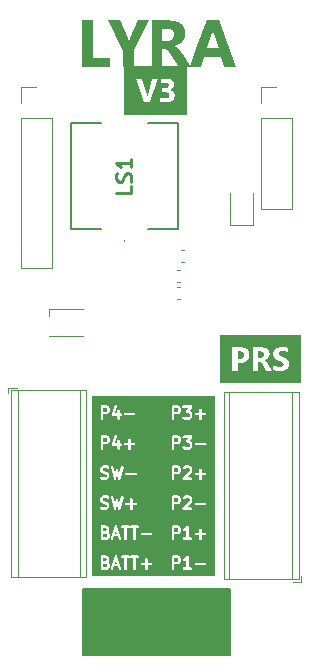
<source format=gbr>
%TF.GenerationSoftware,KiCad,Pcbnew,7.0.5*%
%TF.CreationDate,2023-12-16T01:16:07-08:00*%
%TF.ProjectId,Lyrav3,4c797261-7633-42e6-9b69-6361645f7063,rev?*%
%TF.SameCoordinates,Original*%
%TF.FileFunction,Legend,Top*%
%TF.FilePolarity,Positive*%
%FSLAX46Y46*%
G04 Gerber Fmt 4.6, Leading zero omitted, Abs format (unit mm)*
G04 Created by KiCad (PCBNEW 7.0.5) date 2023-12-16 01:16:07*
%MOMM*%
%LPD*%
G01*
G04 APERTURE LIST*
%ADD10C,0.200000*%
%ADD11C,0.225000*%
%ADD12C,0.500000*%
%ADD13C,0.700000*%
%ADD14C,0.254000*%
%ADD15C,0.120000*%
%ADD16C,0.100000*%
G04 APERTURE END LIST*
D10*
X190754000Y-99339400D02*
X201015600Y-99339400D01*
X190754000Y-104470200D02*
X201015600Y-104470200D01*
X189865000Y-113131600D02*
X202311000Y-113131600D01*
X202311000Y-118745000D01*
X189865000Y-118745000D01*
X189865000Y-113131600D01*
G36*
X189865000Y-113131600D02*
G01*
X202311000Y-113131600D01*
X202311000Y-118745000D01*
X189865000Y-118745000D01*
X189865000Y-113131600D01*
G37*
X190754000Y-109550200D02*
X201015600Y-109550200D01*
X195097400Y-96951800D02*
X196697600Y-96951800D01*
X196697600Y-107010200D01*
X195097400Y-107010200D01*
X195097400Y-96951800D01*
G36*
X195097400Y-96951800D02*
G01*
X196697600Y-96951800D01*
X196697600Y-107010200D01*
X195097400Y-107010200D01*
X195097400Y-96951800D01*
G37*
X190703200Y-101879400D02*
X200964800Y-101879400D01*
X194868800Y-104165400D02*
X196646800Y-104165400D01*
X196646800Y-107315000D01*
X194868800Y-107315000D01*
X194868800Y-104165400D01*
G36*
X194868800Y-104165400D02*
G01*
X196646800Y-104165400D01*
X196646800Y-107315000D01*
X194868800Y-107315000D01*
X194868800Y-104165400D01*
G37*
X196545200Y-111988600D02*
X196646800Y-101879401D01*
X190703200Y-107010200D02*
X200964800Y-107010200D01*
D11*
G36*
X196038095Y-104430757D02*
G01*
X190619643Y-104430757D01*
X190619643Y-103019381D01*
X191321930Y-103019381D01*
X191326002Y-103029199D01*
X191326002Y-103095977D01*
X191323106Y-103122799D01*
X191333389Y-103143365D01*
X191339866Y-103165423D01*
X191347897Y-103172382D01*
X191379190Y-103234967D01*
X191383214Y-103253463D01*
X191405137Y-103275386D01*
X191426247Y-103298080D01*
X191428375Y-103298624D01*
X191444217Y-103314466D01*
X191453883Y-103330740D01*
X191481616Y-103344606D01*
X191508817Y-103359459D01*
X191511007Y-103359302D01*
X191560744Y-103384170D01*
X191569646Y-103393638D01*
X191589712Y-103398654D01*
X191593133Y-103400365D01*
X191605340Y-103402561D01*
X191780189Y-103446274D01*
X191848051Y-103480204D01*
X191869852Y-103502006D01*
X191897430Y-103557162D01*
X191897430Y-103599284D01*
X191869853Y-103654438D01*
X191848050Y-103676241D01*
X191792896Y-103703819D01*
X191599616Y-103703819D01*
X191458734Y-103656858D01*
X191409556Y-103655080D01*
X191352725Y-103688766D01*
X191323125Y-103747830D01*
X191330158Y-103813521D01*
X191371589Y-103864981D01*
X191532401Y-103918584D01*
X191548326Y-103928819D01*
X191579344Y-103928819D01*
X191610304Y-103929939D01*
X191612194Y-103928819D01*
X191813398Y-103928819D01*
X191840220Y-103931715D01*
X191860786Y-103921431D01*
X191882844Y-103914955D01*
X191889803Y-103906923D01*
X191952388Y-103875630D01*
X191970885Y-103871607D01*
X191992814Y-103849676D01*
X192015501Y-103828574D01*
X192016045Y-103826445D01*
X192031888Y-103810601D01*
X192048161Y-103800937D01*
X192062022Y-103773213D01*
X192076881Y-103746002D01*
X192076724Y-103743810D01*
X192107843Y-103681571D01*
X192122430Y-103658875D01*
X192122430Y-103635879D01*
X192126501Y-103613256D01*
X192122430Y-103603440D01*
X192122430Y-103536659D01*
X192125326Y-103509838D01*
X192115042Y-103489271D01*
X192108566Y-103467214D01*
X192100534Y-103460254D01*
X192069241Y-103397668D01*
X192065218Y-103379174D01*
X192043294Y-103357250D01*
X192022185Y-103334557D01*
X192020056Y-103334012D01*
X192004214Y-103318170D01*
X191994549Y-103301897D01*
X191966823Y-103288034D01*
X191939615Y-103273177D01*
X191937422Y-103273333D01*
X191887687Y-103248466D01*
X191878786Y-103238999D01*
X191858719Y-103233982D01*
X191855299Y-103232272D01*
X191843087Y-103230074D01*
X191668242Y-103186362D01*
X191600381Y-103152432D01*
X191578580Y-103130631D01*
X191551002Y-103075475D01*
X191551002Y-103033351D01*
X191578579Y-102978198D01*
X191600380Y-102956396D01*
X191655536Y-102928819D01*
X191848817Y-102928819D01*
X191989698Y-102975779D01*
X192038875Y-102977558D01*
X192095707Y-102943872D01*
X192125306Y-102884808D01*
X192118274Y-102819117D01*
X192111129Y-102810242D01*
X192226172Y-102810242D01*
X192469188Y-103830911D01*
X192469720Y-103852154D01*
X192485842Y-103875912D01*
X192500088Y-103900831D01*
X192504207Y-103902976D01*
X192506816Y-103906821D01*
X192533227Y-103918094D01*
X192558680Y-103931353D01*
X192563303Y-103930931D01*
X192567578Y-103932756D01*
X192595890Y-103927960D01*
X192624472Y-103925354D01*
X192628135Y-103922498D01*
X192632717Y-103921722D01*
X192653941Y-103902381D01*
X192676577Y-103884736D01*
X192678114Y-103880353D01*
X192681549Y-103877224D01*
X192688945Y-103849486D01*
X192698451Y-103822397D01*
X192697374Y-103817877D01*
X192771834Y-103538651D01*
X192850573Y-103833921D01*
X192851675Y-103855139D01*
X192868425Y-103878451D01*
X192883339Y-103902984D01*
X192887515Y-103905018D01*
X192890225Y-103908790D01*
X192916920Y-103919346D01*
X192942729Y-103931921D01*
X192947340Y-103931375D01*
X192951662Y-103933084D01*
X192979832Y-103927530D01*
X193008337Y-103924157D01*
X193011922Y-103921203D01*
X193016481Y-103920305D01*
X193037174Y-103900405D01*
X193059332Y-103882155D01*
X193060751Y-103877731D01*
X193064101Y-103874511D01*
X193070751Y-103846580D01*
X193079524Y-103819250D01*
X193078327Y-103814761D01*
X193164686Y-103452052D01*
X193465303Y-103452052D01*
X193492748Y-103512148D01*
X193548326Y-103547866D01*
X194359438Y-103547866D01*
X194406654Y-103534002D01*
X194449917Y-103484073D01*
X194459320Y-103418680D01*
X194431875Y-103358584D01*
X194376297Y-103322866D01*
X193565185Y-103322866D01*
X193517969Y-103336730D01*
X193474706Y-103386659D01*
X193465303Y-103452052D01*
X193164686Y-103452052D01*
X193313594Y-102826642D01*
X193311043Y-102777499D01*
X193272493Y-102723848D01*
X193211056Y-102699554D01*
X193146237Y-102712333D01*
X193098617Y-102758127D01*
X192956136Y-103356545D01*
X192883966Y-103085910D01*
X192883474Y-103066198D01*
X192866502Y-103041187D01*
X192850807Y-103015369D01*
X192848081Y-103014040D01*
X192846378Y-103011531D01*
X192818575Y-102999664D01*
X192791417Y-102986431D01*
X192788406Y-102986787D01*
X192785616Y-102985596D01*
X192755813Y-102990644D01*
X192725809Y-102994195D01*
X192723467Y-102996123D01*
X192720477Y-102996630D01*
X192698133Y-103016990D01*
X192674814Y-103036198D01*
X192673887Y-103039084D01*
X192671645Y-103041128D01*
X192663858Y-103070328D01*
X192654622Y-103099102D01*
X192655403Y-103102033D01*
X192587533Y-103356545D01*
X192448958Y-102774528D01*
X192424535Y-102731807D01*
X192365943Y-102701285D01*
X192300151Y-102707284D01*
X192248046Y-102747902D01*
X192226172Y-102810242D01*
X192111129Y-102810242D01*
X192076843Y-102767657D01*
X191916027Y-102714051D01*
X191900106Y-102703819D01*
X191869105Y-102703819D01*
X191838127Y-102702699D01*
X191836237Y-102703819D01*
X191635034Y-102703819D01*
X191608212Y-102700923D01*
X191587645Y-102711206D01*
X191565588Y-102717683D01*
X191558628Y-102725714D01*
X191496042Y-102757007D01*
X191477548Y-102761031D01*
X191455624Y-102782954D01*
X191432931Y-102804064D01*
X191432386Y-102806192D01*
X191416544Y-102822034D01*
X191400271Y-102831700D01*
X191386408Y-102859425D01*
X191371551Y-102886634D01*
X191371707Y-102888826D01*
X191340588Y-102951065D01*
X191326002Y-102973762D01*
X191326002Y-102996754D01*
X191321930Y-103019381D01*
X190619643Y-103019381D01*
X190619643Y-101907543D01*
X196038095Y-101907543D01*
X196038095Y-104430757D01*
G37*
G36*
X197909142Y-102956396D02*
G01*
X197930943Y-102978197D01*
X197958521Y-103033353D01*
X197958521Y-103123095D01*
X197930944Y-103178248D01*
X197909142Y-103200050D01*
X197853987Y-103227628D01*
X197612093Y-103227628D01*
X197612093Y-102928819D01*
X197853988Y-102928819D01*
X197909142Y-102956396D01*
G37*
G36*
X201080357Y-104430757D02*
G01*
X196566667Y-104430757D01*
X196566667Y-103356814D01*
X197383537Y-103356814D01*
X197387093Y-103364600D01*
X197387093Y-103832493D01*
X197400957Y-103879709D01*
X197450886Y-103922972D01*
X197516279Y-103932375D01*
X197576375Y-103904930D01*
X197612093Y-103849352D01*
X197612093Y-103833005D01*
X198288299Y-103833005D01*
X198293590Y-103844591D01*
X198294499Y-103857293D01*
X198307045Y-103874053D01*
X198315744Y-103893101D01*
X198326457Y-103899986D01*
X198334090Y-103910182D01*
X198353708Y-103917499D01*
X198371322Y-103928819D01*
X198384057Y-103928819D01*
X198395991Y-103933270D01*
X198416451Y-103928819D01*
X199039576Y-103928819D01*
X199086792Y-103914955D01*
X199130055Y-103865026D01*
X199139458Y-103799633D01*
X199112013Y-103739537D01*
X199056435Y-103703819D01*
X198675954Y-103703819D01*
X198927720Y-103452052D01*
X199335918Y-103452052D01*
X199363363Y-103512148D01*
X199418941Y-103547866D01*
X199720426Y-103547866D01*
X199720426Y-103832493D01*
X199734290Y-103879709D01*
X199784219Y-103922972D01*
X199849612Y-103932375D01*
X199909708Y-103904930D01*
X199945426Y-103849352D01*
X199945426Y-103547866D01*
X200230053Y-103547866D01*
X200277269Y-103534002D01*
X200320532Y-103484073D01*
X200329935Y-103418680D01*
X200302490Y-103358584D01*
X200246912Y-103322866D01*
X199945426Y-103322866D01*
X199945426Y-103038240D01*
X199931562Y-102991024D01*
X199881633Y-102947761D01*
X199816240Y-102938358D01*
X199756144Y-102965803D01*
X199720426Y-103021381D01*
X199720426Y-103322866D01*
X199435800Y-103322866D01*
X199388584Y-103336730D01*
X199345321Y-103386659D01*
X199335918Y-103452052D01*
X198927720Y-103452052D01*
X199051052Y-103328719D01*
X199072064Y-103311803D01*
X199079334Y-103289991D01*
X199090353Y-103269813D01*
X199089594Y-103259210D01*
X199125667Y-103150990D01*
X199135902Y-103135066D01*
X199135902Y-103104048D01*
X199137022Y-103073088D01*
X199135902Y-103071198D01*
X199135902Y-103012850D01*
X199138798Y-102986029D01*
X199128514Y-102965462D01*
X199122038Y-102943405D01*
X199114006Y-102936445D01*
X199082713Y-102873859D01*
X199078690Y-102855365D01*
X199056766Y-102833441D01*
X199035657Y-102810748D01*
X199033528Y-102810203D01*
X199017686Y-102794361D01*
X199008021Y-102778088D01*
X198980295Y-102764225D01*
X198953087Y-102749368D01*
X198950894Y-102749524D01*
X198888655Y-102718405D01*
X198865959Y-102703819D01*
X198842966Y-102703819D01*
X198820340Y-102699747D01*
X198810522Y-102703819D01*
X198600887Y-102703819D01*
X198574065Y-102700923D01*
X198553498Y-102711206D01*
X198531441Y-102717683D01*
X198524481Y-102725714D01*
X198461895Y-102757007D01*
X198443401Y-102761031D01*
X198421477Y-102782954D01*
X198398784Y-102804064D01*
X198398239Y-102806192D01*
X198360988Y-102843444D01*
X198337404Y-102886634D01*
X198342118Y-102952531D01*
X198381709Y-103005420D01*
X198443610Y-103028508D01*
X198508166Y-103014464D01*
X198566233Y-102956396D01*
X198621389Y-102928819D01*
X198806369Y-102928819D01*
X198861523Y-102956396D01*
X198883323Y-102978196D01*
X198910902Y-103033352D01*
X198910902Y-103083776D01*
X198877453Y-103184120D01*
X198345108Y-103716466D01*
X198340965Y-103717683D01*
X198321968Y-103739606D01*
X198313369Y-103748206D01*
X198311412Y-103751788D01*
X198297702Y-103767612D01*
X198295889Y-103780216D01*
X198289785Y-103791396D01*
X198291279Y-103812280D01*
X198288299Y-103833005D01*
X197612093Y-103833005D01*
X197612093Y-103452628D01*
X197874489Y-103452628D01*
X197901311Y-103455524D01*
X197921877Y-103445240D01*
X197943935Y-103438764D01*
X197950894Y-103430732D01*
X198013479Y-103399439D01*
X198031975Y-103395416D01*
X198053898Y-103373492D01*
X198076592Y-103352383D01*
X198077136Y-103350254D01*
X198092978Y-103334412D01*
X198109252Y-103324747D01*
X198123118Y-103297013D01*
X198137971Y-103269813D01*
X198137814Y-103267622D01*
X198168934Y-103205381D01*
X198183521Y-103182685D01*
X198183521Y-103159689D01*
X198187592Y-103137066D01*
X198183521Y-103127250D01*
X198183521Y-103012850D01*
X198186417Y-102986029D01*
X198176133Y-102965462D01*
X198169657Y-102943405D01*
X198161625Y-102936445D01*
X198130332Y-102873859D01*
X198126309Y-102855365D01*
X198104385Y-102833441D01*
X198083276Y-102810748D01*
X198081147Y-102810203D01*
X198065305Y-102794361D01*
X198055640Y-102778088D01*
X198027914Y-102764225D01*
X198000706Y-102749368D01*
X197998513Y-102749524D01*
X197936274Y-102718405D01*
X197913578Y-102703819D01*
X197890585Y-102703819D01*
X197867959Y-102699747D01*
X197858141Y-102703819D01*
X197507637Y-102703819D01*
X197482907Y-102700263D01*
X197460176Y-102710643D01*
X197436203Y-102717683D01*
X197430597Y-102724151D01*
X197422811Y-102727708D01*
X197409300Y-102748730D01*
X197392940Y-102767612D01*
X197391721Y-102776083D01*
X197387093Y-102783286D01*
X197387093Y-102808274D01*
X197383537Y-102833005D01*
X197387093Y-102840791D01*
X197387093Y-103332083D01*
X197383537Y-103356814D01*
X196566667Y-103356814D01*
X196566667Y-101907543D01*
X201080357Y-101907543D01*
X201080357Y-104430757D01*
G37*
G36*
X192758607Y-108498104D02*
G01*
X192594587Y-108498104D01*
X192676596Y-108252075D01*
X192758607Y-108498104D01*
G37*
G36*
X191901540Y-108518456D02*
G01*
X191917470Y-108534386D01*
X191945049Y-108589543D01*
X191945049Y-108679284D01*
X191917472Y-108734438D01*
X191895669Y-108756241D01*
X191840515Y-108783819D01*
X191598621Y-108783819D01*
X191598621Y-108485009D01*
X191801198Y-108485009D01*
X191901540Y-108518456D01*
G37*
G36*
X191848051Y-108036396D02*
G01*
X191869852Y-108058197D01*
X191897430Y-108113353D01*
X191897430Y-108155475D01*
X191869852Y-108210630D01*
X191848052Y-108232430D01*
X191794823Y-108259045D01*
X191790508Y-108258889D01*
X191788618Y-108260009D01*
X191598621Y-108260009D01*
X191598621Y-108008819D01*
X191792897Y-108008819D01*
X191848051Y-108036396D01*
G37*
G36*
X196561905Y-109510757D02*
G01*
X190619643Y-109510757D01*
X190619643Y-108913005D01*
X191370065Y-108913005D01*
X191380445Y-108935735D01*
X191387485Y-108959709D01*
X191393953Y-108965314D01*
X191397510Y-108973101D01*
X191418532Y-108986611D01*
X191437414Y-109002972D01*
X191445885Y-109004190D01*
X191453088Y-109008819D01*
X191478077Y-109008819D01*
X191502807Y-109012375D01*
X191510594Y-109008819D01*
X191861017Y-109008819D01*
X191887839Y-109011715D01*
X191908405Y-109001431D01*
X191930463Y-108994955D01*
X191937422Y-108986923D01*
X192000007Y-108955630D01*
X192018504Y-108951607D01*
X192040433Y-108929676D01*
X192045175Y-108925265D01*
X192229644Y-108925265D01*
X192263330Y-108982096D01*
X192322394Y-109011696D01*
X192388085Y-109004663D01*
X192439545Y-108963232D01*
X192519588Y-108723104D01*
X192833607Y-108723104D01*
X192908318Y-108947238D01*
X192936401Y-108987647D01*
X192997449Y-109012901D01*
X193062460Y-109001142D01*
X193110793Y-108956102D01*
X193127103Y-108892081D01*
X193029834Y-108600274D01*
X193030748Y-108593918D01*
X193019520Y-108569332D01*
X192800744Y-107913005D01*
X193084351Y-107913005D01*
X193111796Y-107973101D01*
X193167374Y-108008819D01*
X193373621Y-108008819D01*
X193373621Y-108912493D01*
X193387485Y-108959709D01*
X193437414Y-109002972D01*
X193502807Y-109012375D01*
X193562903Y-108984930D01*
X193598621Y-108929352D01*
X193598621Y-108008819D01*
X193788009Y-108008819D01*
X193835225Y-107994955D01*
X193866956Y-107958333D01*
X193873701Y-107973101D01*
X193929279Y-108008819D01*
X194135526Y-108008819D01*
X194135526Y-108912493D01*
X194149390Y-108959709D01*
X194199319Y-109002972D01*
X194264712Y-109012375D01*
X194324808Y-108984930D01*
X194360526Y-108929352D01*
X194360526Y-108532052D01*
X194751018Y-108532052D01*
X194778463Y-108592148D01*
X194834041Y-108627866D01*
X195645153Y-108627866D01*
X195692369Y-108614002D01*
X195735632Y-108564073D01*
X195745035Y-108498680D01*
X195717590Y-108438584D01*
X195662012Y-108402866D01*
X194850900Y-108402866D01*
X194803684Y-108416730D01*
X194760421Y-108466659D01*
X194751018Y-108532052D01*
X194360526Y-108532052D01*
X194360526Y-108008819D01*
X194549914Y-108008819D01*
X194597130Y-107994955D01*
X194640393Y-107945026D01*
X194649796Y-107879633D01*
X194622351Y-107819537D01*
X194566773Y-107783819D01*
X194256070Y-107783819D01*
X194231340Y-107780263D01*
X194223553Y-107783819D01*
X193946138Y-107783819D01*
X193898922Y-107797683D01*
X193867190Y-107834304D01*
X193860446Y-107819537D01*
X193804868Y-107783819D01*
X193494165Y-107783819D01*
X193469435Y-107780263D01*
X193461648Y-107783819D01*
X193184233Y-107783819D01*
X193137017Y-107797683D01*
X193093754Y-107847612D01*
X193084351Y-107913005D01*
X192800744Y-107913005D01*
X192789758Y-107880047D01*
X192790217Y-107867374D01*
X192779516Y-107849320D01*
X192778209Y-107845399D01*
X192771295Y-107835451D01*
X192756531Y-107810542D01*
X192752622Y-107808583D01*
X192750126Y-107804991D01*
X192723363Y-107793919D01*
X192697467Y-107780942D01*
X192693116Y-107781407D01*
X192689078Y-107779737D01*
X192660580Y-107784891D01*
X192631776Y-107787975D01*
X192628370Y-107790716D01*
X192624067Y-107791495D01*
X192602875Y-107811242D01*
X192580316Y-107829406D01*
X192578933Y-107833554D01*
X192575734Y-107836536D01*
X192568583Y-107864603D01*
X192338842Y-108553826D01*
X192331849Y-108561897D01*
X192328584Y-108584599D01*
X192231422Y-108876087D01*
X192229644Y-108925265D01*
X192045175Y-108925265D01*
X192063120Y-108908574D01*
X192063664Y-108906445D01*
X192079507Y-108890601D01*
X192095780Y-108880937D01*
X192109641Y-108853213D01*
X192124500Y-108826002D01*
X192124343Y-108823810D01*
X192155462Y-108761571D01*
X192170049Y-108738875D01*
X192170049Y-108715879D01*
X192174120Y-108693256D01*
X192170049Y-108683440D01*
X192170049Y-108569040D01*
X192172945Y-108542219D01*
X192162661Y-108521652D01*
X192156185Y-108499595D01*
X192148153Y-108492635D01*
X192116860Y-108430049D01*
X192112837Y-108411555D01*
X192090913Y-108389631D01*
X192069804Y-108366938D01*
X192067675Y-108366393D01*
X192051577Y-108350295D01*
X192062027Y-108329394D01*
X192076880Y-108302194D01*
X192076723Y-108300003D01*
X192107843Y-108237762D01*
X192122430Y-108215066D01*
X192122430Y-108192070D01*
X192126501Y-108169447D01*
X192122430Y-108159631D01*
X192122430Y-108092850D01*
X192125326Y-108066029D01*
X192115042Y-108045462D01*
X192108566Y-108023405D01*
X192100534Y-108016445D01*
X192069241Y-107953859D01*
X192065218Y-107935365D01*
X192043294Y-107913441D01*
X192022185Y-107890748D01*
X192020056Y-107890203D01*
X192004214Y-107874361D01*
X191994549Y-107858088D01*
X191966823Y-107844225D01*
X191939615Y-107829368D01*
X191937422Y-107829524D01*
X191875183Y-107798405D01*
X191852487Y-107783819D01*
X191829494Y-107783819D01*
X191806868Y-107779747D01*
X191797050Y-107783819D01*
X191494165Y-107783819D01*
X191469435Y-107780263D01*
X191446704Y-107790643D01*
X191422731Y-107797683D01*
X191417125Y-107804151D01*
X191409339Y-107807708D01*
X191395828Y-107828730D01*
X191379468Y-107847612D01*
X191378249Y-107856083D01*
X191373621Y-107863286D01*
X191373621Y-107888274D01*
X191370065Y-107913005D01*
X191373621Y-107920791D01*
X191373621Y-108364464D01*
X191370065Y-108389195D01*
X191373621Y-108396981D01*
X191373621Y-108888274D01*
X191370065Y-108913005D01*
X190619643Y-108913005D01*
X190619643Y-106987543D01*
X196561905Y-106987543D01*
X196561905Y-109510757D01*
G37*
G36*
X197909142Y-105496396D02*
G01*
X197930943Y-105518197D01*
X197958521Y-105573353D01*
X197958521Y-105663095D01*
X197930944Y-105718249D01*
X197909142Y-105740050D01*
X197853987Y-105767628D01*
X197612093Y-105767628D01*
X197612093Y-105468819D01*
X197853988Y-105468819D01*
X197909142Y-105496396D01*
G37*
G36*
X201080357Y-106970757D02*
G01*
X196566667Y-106970757D01*
X196566667Y-105896814D01*
X197383537Y-105896814D01*
X197387093Y-105904600D01*
X197387093Y-106372493D01*
X197400957Y-106419709D01*
X197450886Y-106462972D01*
X197516279Y-106472375D01*
X197576375Y-106444930D01*
X197612093Y-106389352D01*
X197612093Y-106373005D01*
X198288299Y-106373005D01*
X198293590Y-106384591D01*
X198294499Y-106397293D01*
X198307045Y-106414053D01*
X198315744Y-106433101D01*
X198326457Y-106439986D01*
X198334090Y-106450182D01*
X198353708Y-106457499D01*
X198371322Y-106468819D01*
X198384057Y-106468819D01*
X198395991Y-106473270D01*
X198416451Y-106468819D01*
X199039576Y-106468819D01*
X199086792Y-106454955D01*
X199130055Y-106405026D01*
X199139458Y-106339633D01*
X199112013Y-106279537D01*
X199056435Y-106243819D01*
X198675954Y-106243819D01*
X198927720Y-105992052D01*
X199335918Y-105992052D01*
X199363363Y-106052148D01*
X199418941Y-106087866D01*
X200230053Y-106087866D01*
X200277269Y-106074002D01*
X200320532Y-106024073D01*
X200329935Y-105958680D01*
X200302490Y-105898584D01*
X200246912Y-105862866D01*
X199435800Y-105862866D01*
X199388584Y-105876730D01*
X199345321Y-105926659D01*
X199335918Y-105992052D01*
X198927720Y-105992052D01*
X199051052Y-105868719D01*
X199072064Y-105851803D01*
X199079334Y-105829991D01*
X199090353Y-105809813D01*
X199089594Y-105799210D01*
X199125667Y-105690990D01*
X199135902Y-105675066D01*
X199135902Y-105644048D01*
X199137022Y-105613088D01*
X199135902Y-105611198D01*
X199135902Y-105552850D01*
X199138798Y-105526029D01*
X199128514Y-105505462D01*
X199122038Y-105483405D01*
X199114006Y-105476445D01*
X199082713Y-105413859D01*
X199078690Y-105395365D01*
X199056766Y-105373441D01*
X199035657Y-105350748D01*
X199033528Y-105350203D01*
X199017686Y-105334361D01*
X199008021Y-105318088D01*
X198980295Y-105304225D01*
X198953087Y-105289368D01*
X198950894Y-105289524D01*
X198888655Y-105258405D01*
X198865959Y-105243819D01*
X198842966Y-105243819D01*
X198820340Y-105239747D01*
X198810522Y-105243819D01*
X198600887Y-105243819D01*
X198574065Y-105240923D01*
X198553498Y-105251206D01*
X198531441Y-105257683D01*
X198524481Y-105265714D01*
X198461895Y-105297007D01*
X198443401Y-105301031D01*
X198421477Y-105322954D01*
X198398784Y-105344064D01*
X198398239Y-105346192D01*
X198360988Y-105383444D01*
X198337404Y-105426634D01*
X198342118Y-105492531D01*
X198381709Y-105545420D01*
X198443610Y-105568508D01*
X198508166Y-105554464D01*
X198566232Y-105496397D01*
X198621389Y-105468819D01*
X198806369Y-105468819D01*
X198861523Y-105496396D01*
X198883324Y-105518196D01*
X198910902Y-105573352D01*
X198910902Y-105623776D01*
X198877453Y-105724120D01*
X198345108Y-106256466D01*
X198340965Y-106257683D01*
X198321968Y-106279606D01*
X198313369Y-106288206D01*
X198311412Y-106291788D01*
X198297702Y-106307612D01*
X198295889Y-106320216D01*
X198289785Y-106331396D01*
X198291279Y-106352280D01*
X198288299Y-106373005D01*
X197612093Y-106373005D01*
X197612093Y-105992628D01*
X197874489Y-105992628D01*
X197901311Y-105995524D01*
X197921877Y-105985240D01*
X197943935Y-105978764D01*
X197950894Y-105970732D01*
X198013479Y-105939439D01*
X198031975Y-105935416D01*
X198053898Y-105913492D01*
X198076592Y-105892383D01*
X198077136Y-105890254D01*
X198092978Y-105874412D01*
X198109252Y-105864747D01*
X198123118Y-105837013D01*
X198137971Y-105809813D01*
X198137814Y-105807622D01*
X198168934Y-105745381D01*
X198183521Y-105722685D01*
X198183521Y-105699689D01*
X198187592Y-105677066D01*
X198183521Y-105667250D01*
X198183521Y-105552850D01*
X198186417Y-105526029D01*
X198176133Y-105505462D01*
X198169657Y-105483405D01*
X198161625Y-105476445D01*
X198130332Y-105413859D01*
X198126309Y-105395365D01*
X198104385Y-105373441D01*
X198083276Y-105350748D01*
X198081147Y-105350203D01*
X198065305Y-105334361D01*
X198055640Y-105318088D01*
X198027914Y-105304225D01*
X198000706Y-105289368D01*
X197998513Y-105289524D01*
X197936274Y-105258405D01*
X197913578Y-105243819D01*
X197890585Y-105243819D01*
X197867959Y-105239747D01*
X197858141Y-105243819D01*
X197507637Y-105243819D01*
X197482907Y-105240263D01*
X197460176Y-105250643D01*
X197436203Y-105257683D01*
X197430597Y-105264151D01*
X197422811Y-105267708D01*
X197409300Y-105288730D01*
X197392940Y-105307612D01*
X197391721Y-105316083D01*
X197387093Y-105323286D01*
X197387093Y-105348274D01*
X197383537Y-105373005D01*
X197387093Y-105380791D01*
X197387093Y-105872083D01*
X197383537Y-105896814D01*
X196566667Y-105896814D01*
X196566667Y-104447543D01*
X201080357Y-104447543D01*
X201080357Y-106970757D01*
G37*
D12*
G36*
X198680305Y-73016977D02*
G01*
X193339931Y-73016977D01*
X193339931Y-69980425D01*
X194375645Y-69980425D01*
X195045847Y-71950000D01*
X195548988Y-71950000D01*
X195571706Y-71884054D01*
X196388695Y-71884054D01*
X196413014Y-71895825D01*
X196438223Y-71906837D01*
X196464320Y-71917090D01*
X196491307Y-71926583D01*
X196519183Y-71935316D01*
X196547949Y-71943290D01*
X196577603Y-71950505D01*
X196608147Y-71956960D01*
X196639580Y-71962656D01*
X196671902Y-71967593D01*
X196705113Y-71971770D01*
X196739214Y-71975187D01*
X196774203Y-71977845D01*
X196810082Y-71979744D01*
X196846850Y-71980883D01*
X196884508Y-71981263D01*
X196906614Y-71981105D01*
X196928418Y-71980633D01*
X196949921Y-71979846D01*
X196971122Y-71978744D01*
X196992022Y-71977327D01*
X197012621Y-71975595D01*
X197032918Y-71973549D01*
X197052913Y-71971188D01*
X197072607Y-71968511D01*
X197092000Y-71965520D01*
X197129880Y-71958594D01*
X197166555Y-71950408D01*
X197202023Y-71940963D01*
X197236286Y-71930258D01*
X197269343Y-71918294D01*
X197301194Y-71905070D01*
X197331838Y-71890587D01*
X197361277Y-71874845D01*
X197389510Y-71857844D01*
X197416537Y-71839583D01*
X197442358Y-71820062D01*
X197466847Y-71799401D01*
X197489757Y-71777839D01*
X197511086Y-71755376D01*
X197530835Y-71732013D01*
X197549005Y-71707749D01*
X197565594Y-71682584D01*
X197580604Y-71656519D01*
X197594033Y-71629553D01*
X197605883Y-71601686D01*
X197616152Y-71572919D01*
X197624842Y-71543251D01*
X197631952Y-71512683D01*
X197637482Y-71481214D01*
X197641431Y-71448844D01*
X197643801Y-71415573D01*
X197644591Y-71381402D01*
X197644118Y-71358668D01*
X197642698Y-71336385D01*
X197640332Y-71314552D01*
X197637020Y-71293169D01*
X197632761Y-71272237D01*
X197627555Y-71251755D01*
X197621404Y-71231723D01*
X197614305Y-71212142D01*
X197606261Y-71193011D01*
X197597269Y-71174330D01*
X197587332Y-71156100D01*
X197576448Y-71138319D01*
X197564617Y-71120990D01*
X197551840Y-71104110D01*
X197538117Y-71087681D01*
X197523447Y-71071702D01*
X197508020Y-71056338D01*
X197491901Y-71041752D01*
X197475093Y-71027945D01*
X197457593Y-71014916D01*
X197439403Y-71002665D01*
X197420521Y-70991194D01*
X197400950Y-70980500D01*
X197380687Y-70970586D01*
X197359734Y-70961449D01*
X197338089Y-70953092D01*
X197315755Y-70945513D01*
X197292729Y-70938712D01*
X197269013Y-70932690D01*
X197244606Y-70927446D01*
X197219508Y-70922981D01*
X197193719Y-70919295D01*
X197193719Y-70912456D01*
X197217822Y-70906132D01*
X197241159Y-70899252D01*
X197263732Y-70891814D01*
X197285539Y-70883818D01*
X197306581Y-70875266D01*
X197326858Y-70866157D01*
X197346370Y-70856490D01*
X197365116Y-70846266D01*
X197383098Y-70835485D01*
X197400314Y-70824147D01*
X197416765Y-70812251D01*
X197432451Y-70799799D01*
X197447372Y-70786789D01*
X197461528Y-70773222D01*
X197487543Y-70744417D01*
X197510498Y-70713383D01*
X197530393Y-70680120D01*
X197539192Y-70662653D01*
X197547226Y-70644628D01*
X197554495Y-70626047D01*
X197560999Y-70606908D01*
X197566738Y-70587212D01*
X197571712Y-70566959D01*
X197575920Y-70546149D01*
X197579363Y-70524781D01*
X197582041Y-70502857D01*
X197583954Y-70480375D01*
X197585102Y-70457336D01*
X197585485Y-70433740D01*
X197584826Y-70407129D01*
X197582851Y-70381151D01*
X197579560Y-70355807D01*
X197574952Y-70331097D01*
X197569027Y-70307020D01*
X197561785Y-70283576D01*
X197553227Y-70260766D01*
X197543353Y-70238590D01*
X197532161Y-70217047D01*
X197519654Y-70196137D01*
X197505829Y-70175861D01*
X197490688Y-70156219D01*
X197474230Y-70137210D01*
X197456456Y-70118835D01*
X197437365Y-70101093D01*
X197416957Y-70083984D01*
X197395427Y-70067658D01*
X197372848Y-70052385D01*
X197349220Y-70038166D01*
X197324542Y-70025000D01*
X197298814Y-70012887D01*
X197272037Y-70001827D01*
X197244211Y-69991821D01*
X197215335Y-69982868D01*
X197185409Y-69974968D01*
X197154434Y-69968121D01*
X197122410Y-69962328D01*
X197089336Y-69957588D01*
X197055212Y-69953902D01*
X197020040Y-69951269D01*
X196983817Y-69949689D01*
X196946545Y-69949162D01*
X196912313Y-69949578D01*
X196878615Y-69950826D01*
X196845452Y-69952906D01*
X196812822Y-69955818D01*
X196780727Y-69959561D01*
X196749167Y-69964137D01*
X196718140Y-69969545D01*
X196687648Y-69975785D01*
X196657690Y-69982856D01*
X196628266Y-69990760D01*
X196599377Y-69999495D01*
X196571022Y-70009063D01*
X196543201Y-70019462D01*
X196515915Y-70030693D01*
X196489162Y-70042757D01*
X196462944Y-70055652D01*
X196462944Y-70418108D01*
X196486314Y-70402965D01*
X196509770Y-70388799D01*
X196533315Y-70375610D01*
X196556947Y-70363398D01*
X196580668Y-70352163D01*
X196604476Y-70341905D01*
X196628371Y-70332623D01*
X196652355Y-70324319D01*
X196676426Y-70316992D01*
X196700585Y-70310642D01*
X196724832Y-70305268D01*
X196749167Y-70300872D01*
X196773589Y-70297452D01*
X196798099Y-70295010D01*
X196822697Y-70293545D01*
X196847383Y-70293056D01*
X196883170Y-70293943D01*
X196916648Y-70296605D01*
X196947818Y-70301042D01*
X196976679Y-70307253D01*
X197003231Y-70315238D01*
X197027474Y-70324998D01*
X197049408Y-70336533D01*
X197069033Y-70349842D01*
X197086350Y-70364926D01*
X197101357Y-70381785D01*
X197114056Y-70400418D01*
X197124446Y-70420826D01*
X197132527Y-70443008D01*
X197138299Y-70466965D01*
X197141762Y-70492696D01*
X197142917Y-70520202D01*
X197141415Y-70549482D01*
X197136910Y-70576874D01*
X197129401Y-70602376D01*
X197118889Y-70625990D01*
X197105374Y-70647714D01*
X197088855Y-70667549D01*
X197069333Y-70685495D01*
X197046807Y-70701552D01*
X197021278Y-70715720D01*
X196992745Y-70727999D01*
X196961209Y-70738389D01*
X196926670Y-70746890D01*
X196889127Y-70753501D01*
X196869230Y-70756099D01*
X196848581Y-70758224D01*
X196827182Y-70759877D01*
X196805031Y-70761058D01*
X196782130Y-70761766D01*
X196758478Y-70762002D01*
X196589462Y-70762002D01*
X196589462Y-71105896D01*
X196772156Y-71105896D01*
X196784590Y-71105964D01*
X196808957Y-71106510D01*
X196832656Y-71107602D01*
X196855687Y-71109239D01*
X196878051Y-71111422D01*
X196899747Y-71114150D01*
X196920774Y-71117425D01*
X196941134Y-71121245D01*
X196960826Y-71125611D01*
X196989112Y-71133183D01*
X197015895Y-71141983D01*
X197041176Y-71152010D01*
X197064954Y-71163266D01*
X197087229Y-71175750D01*
X197101130Y-71184651D01*
X197120300Y-71198869D01*
X197137452Y-71214126D01*
X197152586Y-71230422D01*
X197165702Y-71247757D01*
X197176800Y-71266131D01*
X197185880Y-71285544D01*
X197192943Y-71305996D01*
X197197988Y-71327487D01*
X197201014Y-71350017D01*
X197202023Y-71373586D01*
X197201661Y-71388943D01*
X197199757Y-71411177D01*
X197196223Y-71432449D01*
X197191056Y-71452759D01*
X197184258Y-71472108D01*
X197175829Y-71490495D01*
X197165769Y-71507920D01*
X197154076Y-71524383D01*
X197140753Y-71539885D01*
X197125798Y-71554425D01*
X197109211Y-71568004D01*
X197103339Y-71572271D01*
X197084863Y-71584261D01*
X197065099Y-71595032D01*
X197044048Y-71604583D01*
X197021708Y-71612915D01*
X196998081Y-71620027D01*
X196973165Y-71625921D01*
X196946961Y-71630595D01*
X196919470Y-71634049D01*
X196890690Y-71636285D01*
X196870788Y-71637098D01*
X196850314Y-71637369D01*
X196817598Y-71636880D01*
X196785398Y-71635415D01*
X196753714Y-71632972D01*
X196722544Y-71629553D01*
X196691890Y-71625157D01*
X196661751Y-71619783D01*
X196632127Y-71613433D01*
X196603018Y-71606106D01*
X196574424Y-71597801D01*
X196546346Y-71588520D01*
X196518783Y-71578262D01*
X196491735Y-71567027D01*
X196465202Y-71554815D01*
X196439184Y-71541625D01*
X196413682Y-71527459D01*
X196388695Y-71512316D01*
X196388695Y-71884054D01*
X195571706Y-71884054D01*
X196227494Y-69980425D01*
X195762944Y-69980425D01*
X195355059Y-71345743D01*
X195349124Y-71366192D01*
X195343593Y-71386323D01*
X195338465Y-71406137D01*
X195333741Y-71425633D01*
X195328070Y-71451133D01*
X195323117Y-71476069D01*
X195318880Y-71500440D01*
X195315362Y-71524246D01*
X195312561Y-71547487D01*
X195304256Y-71547487D01*
X195302142Y-71525826D01*
X195299219Y-71503340D01*
X195295487Y-71480030D01*
X195290945Y-71455896D01*
X195285595Y-71430938D01*
X195281051Y-71411678D01*
X195276052Y-71391954D01*
X195270598Y-71371767D01*
X195264689Y-71351116D01*
X194853873Y-69980425D01*
X194375645Y-69980425D01*
X193339931Y-69980425D01*
X193339931Y-68913448D01*
X198680305Y-68913448D01*
X198680305Y-73016977D01*
G37*
D13*
G36*
X192171598Y-68970000D02*
G01*
X189824912Y-68970000D01*
X189824912Y-65030851D01*
X190712979Y-65030851D01*
X190712979Y-68219685D01*
X192171598Y-68219685D01*
X192171598Y-68970000D01*
G37*
G36*
X195457152Y-65030851D02*
G01*
X194173412Y-67569023D01*
X194173412Y-68970000D01*
X193286322Y-68970000D01*
X193286322Y-67585631D01*
X192035799Y-65030851D01*
X193049895Y-65030851D01*
X193683949Y-66500216D01*
X193697851Y-66542230D01*
X193709515Y-66581934D01*
X193720872Y-66622112D01*
X193734031Y-66669770D01*
X193745082Y-66710422D01*
X193757146Y-66755282D01*
X193770223Y-66804349D01*
X193774808Y-66821639D01*
X193785554Y-66821639D01*
X193794805Y-66773630D01*
X193804483Y-66728278D01*
X193814589Y-66685581D01*
X193825122Y-66645540D01*
X193838889Y-66599225D01*
X193853324Y-66557060D01*
X193868427Y-66519044D01*
X193871528Y-66511939D01*
X194517306Y-65030851D01*
X195457152Y-65030851D01*
G37*
G36*
X197181816Y-65031900D02*
G01*
X197267251Y-65035049D01*
X197349886Y-65040296D01*
X197429719Y-65047643D01*
X197506751Y-65057088D01*
X197580981Y-65068632D01*
X197652411Y-65082275D01*
X197721039Y-65098018D01*
X197786867Y-65115859D01*
X197849893Y-65135799D01*
X197910118Y-65157838D01*
X197967541Y-65181976D01*
X198022164Y-65208213D01*
X198073985Y-65236549D01*
X198123006Y-65266984D01*
X198169225Y-65299518D01*
X198212643Y-65334151D01*
X198253260Y-65370883D01*
X198291075Y-65409713D01*
X198326090Y-65450643D01*
X198358303Y-65493672D01*
X198387715Y-65538800D01*
X198414326Y-65586026D01*
X198438136Y-65635352D01*
X198459145Y-65686776D01*
X198477353Y-65740300D01*
X198492759Y-65795922D01*
X198505364Y-65853644D01*
X198515168Y-65913464D01*
X198522171Y-65975384D01*
X198526373Y-66039402D01*
X198527773Y-66105519D01*
X198526781Y-66156566D01*
X198523804Y-66206636D01*
X198518843Y-66255729D01*
X198511898Y-66303845D01*
X198502968Y-66350983D01*
X198492053Y-66397145D01*
X198479154Y-66442330D01*
X198464270Y-66486538D01*
X198447814Y-66529723D01*
X198429710Y-66571840D01*
X198409957Y-66612888D01*
X198388555Y-66652868D01*
X198365505Y-66691779D01*
X198340806Y-66729621D01*
X198314458Y-66766395D01*
X198286462Y-66802100D01*
X198256878Y-66836676D01*
X198225767Y-66870061D01*
X198193130Y-66902255D01*
X198158967Y-66933258D01*
X198123277Y-66963071D01*
X198086060Y-66991693D01*
X198047317Y-67019125D01*
X198007048Y-67045366D01*
X197965679Y-67070080D01*
X197923150Y-67093421D01*
X197879461Y-67115387D01*
X197834612Y-67135980D01*
X197788603Y-67155199D01*
X197741434Y-67173044D01*
X197693104Y-67189515D01*
X197643614Y-67204612D01*
X197643614Y-67215359D01*
X197681802Y-67228963D01*
X197719429Y-67245840D01*
X197756495Y-67265989D01*
X197792999Y-67289410D01*
X197813607Y-67304263D01*
X197849611Y-67332173D01*
X197879951Y-67357658D01*
X197909809Y-67384586D01*
X197939187Y-67412956D01*
X197968084Y-67442769D01*
X197972854Y-67447878D01*
X198001556Y-67479099D01*
X198029778Y-67511213D01*
X198057518Y-67544220D01*
X198084778Y-67578121D01*
X198111557Y-67612914D01*
X198120376Y-67624710D01*
X198146308Y-67660075D01*
X198171347Y-67695098D01*
X198195492Y-67729776D01*
X198218745Y-67764112D01*
X198241105Y-67798103D01*
X198248360Y-67809357D01*
X198992812Y-68970000D01*
X197972854Y-68970000D01*
X197360293Y-67961765D01*
X197339041Y-67926359D01*
X197318027Y-67892194D01*
X197293126Y-67852833D01*
X197268568Y-67815257D01*
X197244354Y-67779468D01*
X197228401Y-67756601D01*
X197204553Y-67723491D01*
X197180637Y-67692304D01*
X197152647Y-67658351D01*
X197124564Y-67627015D01*
X197100418Y-67602240D01*
X197071928Y-67575479D01*
X197038680Y-67548444D01*
X197004700Y-67525195D01*
X196969987Y-67505732D01*
X196965596Y-67503565D01*
X196925574Y-67487036D01*
X196883542Y-67475916D01*
X196844494Y-67470574D01*
X196814166Y-67469371D01*
X196574808Y-67469371D01*
X196574808Y-68970000D01*
X195686741Y-68970000D01*
X195686741Y-65718639D01*
X196574808Y-65718639D01*
X196574808Y-66781584D01*
X196959734Y-66781584D01*
X197012236Y-66780175D01*
X197062763Y-66775951D01*
X197111315Y-66768910D01*
X197157892Y-66759052D01*
X197202494Y-66746378D01*
X197245121Y-66730888D01*
X197285773Y-66712581D01*
X197324450Y-66691458D01*
X197361152Y-66667518D01*
X197395880Y-66640762D01*
X197417934Y-66621360D01*
X197449361Y-66590274D01*
X197477697Y-66557830D01*
X197502942Y-66524030D01*
X197525095Y-66488874D01*
X197544158Y-66452360D01*
X197560129Y-66414490D01*
X197573009Y-66375264D01*
X197582798Y-66334680D01*
X197589495Y-66292740D01*
X197593102Y-66249443D01*
X197593789Y-66219825D01*
X197591373Y-66159135D01*
X197584126Y-66102359D01*
X197572047Y-66049500D01*
X197555137Y-66000556D01*
X197533396Y-65955528D01*
X197506823Y-65914415D01*
X197475419Y-65877217D01*
X197439183Y-65843935D01*
X197398116Y-65814569D01*
X197352217Y-65789118D01*
X197301487Y-65767583D01*
X197245926Y-65749963D01*
X197185533Y-65736259D01*
X197120309Y-65726470D01*
X197050253Y-65720596D01*
X196975366Y-65718639D01*
X196574808Y-65718639D01*
X195686741Y-65718639D01*
X195686741Y-65030851D01*
X197093579Y-65030851D01*
X197181816Y-65031900D01*
G37*
G36*
X202805931Y-68970000D02*
G01*
X201838729Y-68970000D01*
X201558339Y-68157159D01*
X200157362Y-68157159D01*
X199879902Y-68970000D01*
X198917585Y-68970000D01*
X199486710Y-67406845D01*
X200346894Y-67406845D01*
X201355129Y-67406845D01*
X200932100Y-66088911D01*
X200920804Y-66050885D01*
X200910362Y-66011058D01*
X200900776Y-65969430D01*
X200892044Y-65926001D01*
X200884167Y-65880770D01*
X200877145Y-65833738D01*
X200870978Y-65784905D01*
X200865666Y-65734270D01*
X200844173Y-65734270D01*
X200840097Y-65777455D01*
X200834708Y-65820549D01*
X200828007Y-65863551D01*
X200819993Y-65906461D01*
X200810666Y-65949280D01*
X200800026Y-65992008D01*
X200788073Y-66034643D01*
X200774808Y-66077187D01*
X200346894Y-67406845D01*
X199486710Y-67406845D01*
X200351779Y-65030851D01*
X201403977Y-65030851D01*
X202805931Y-68970000D01*
G37*
D11*
G36*
X191895670Y-100416396D02*
G01*
X191917471Y-100438197D01*
X191945049Y-100493353D01*
X191945049Y-100583095D01*
X191917472Y-100638248D01*
X191895670Y-100660050D01*
X191840515Y-100687628D01*
X191598621Y-100687628D01*
X191598621Y-100388819D01*
X191840516Y-100388819D01*
X191895670Y-100416396D01*
G37*
G36*
X195133333Y-101890757D02*
G01*
X190619643Y-101890757D01*
X190619643Y-100816814D01*
X191370065Y-100816814D01*
X191373621Y-100824600D01*
X191373621Y-101292493D01*
X191387485Y-101339709D01*
X191437414Y-101382972D01*
X191502807Y-101392375D01*
X191562903Y-101364930D01*
X191598621Y-101309352D01*
X191598621Y-100959671D01*
X192322446Y-100959671D01*
X192325114Y-100965513D01*
X192324882Y-100971931D01*
X192338661Y-100995178D01*
X192349891Y-101019767D01*
X192355294Y-101023239D01*
X192358568Y-101028762D01*
X192382725Y-101040868D01*
X192405469Y-101055485D01*
X192411891Y-101055485D01*
X192417632Y-101058362D01*
X192444504Y-101055485D01*
X192802192Y-101055485D01*
X192802192Y-101292493D01*
X192816056Y-101339709D01*
X192865985Y-101382972D01*
X192931378Y-101392375D01*
X192991474Y-101364930D01*
X193027192Y-101309352D01*
X193027192Y-101055485D01*
X193073723Y-101055485D01*
X193120939Y-101041621D01*
X193164202Y-100991692D01*
X193173605Y-100926299D01*
X193167099Y-100912052D01*
X193322446Y-100912052D01*
X193349891Y-100972148D01*
X193405469Y-101007866D01*
X193706954Y-101007866D01*
X193706954Y-101292493D01*
X193720818Y-101339709D01*
X193770747Y-101382972D01*
X193836140Y-101392375D01*
X193896236Y-101364930D01*
X193931954Y-101309352D01*
X193931954Y-101007866D01*
X194216581Y-101007866D01*
X194263797Y-100994002D01*
X194307060Y-100944073D01*
X194316463Y-100878680D01*
X194289018Y-100818584D01*
X194233440Y-100782866D01*
X193931954Y-100782866D01*
X193931954Y-100498240D01*
X193918090Y-100451024D01*
X193868161Y-100407761D01*
X193802768Y-100398358D01*
X193742672Y-100425803D01*
X193706954Y-100481381D01*
X193706954Y-100782866D01*
X193422328Y-100782866D01*
X193375112Y-100796730D01*
X193331849Y-100846659D01*
X193322446Y-100912052D01*
X193167099Y-100912052D01*
X193146160Y-100866203D01*
X193090582Y-100830485D01*
X193027192Y-100830485D01*
X193027192Y-100593478D01*
X193013328Y-100546262D01*
X192963399Y-100502999D01*
X192898006Y-100493596D01*
X192837910Y-100521041D01*
X192802192Y-100576619D01*
X192802192Y-100830485D01*
X192594587Y-100830485D01*
X192788438Y-100248932D01*
X192790217Y-100199755D01*
X192756531Y-100142923D01*
X192697467Y-100113324D01*
X192631776Y-100120356D01*
X192580316Y-100161787D01*
X192338841Y-100886207D01*
X192331849Y-100894278D01*
X192328584Y-100916978D01*
X192326660Y-100922753D01*
X192326292Y-100932921D01*
X192322446Y-100959671D01*
X191598621Y-100959671D01*
X191598621Y-100912628D01*
X191861017Y-100912628D01*
X191887839Y-100915524D01*
X191908405Y-100905240D01*
X191930463Y-100898764D01*
X191937422Y-100890732D01*
X192000007Y-100859439D01*
X192018503Y-100855416D01*
X192040426Y-100833492D01*
X192063120Y-100812383D01*
X192063664Y-100810254D01*
X192079506Y-100794412D01*
X192095780Y-100784747D01*
X192109646Y-100757013D01*
X192124499Y-100729813D01*
X192124342Y-100727622D01*
X192155462Y-100665381D01*
X192170049Y-100642685D01*
X192170049Y-100619689D01*
X192174120Y-100597066D01*
X192170049Y-100587250D01*
X192170049Y-100472850D01*
X192172945Y-100446029D01*
X192162661Y-100425462D01*
X192156185Y-100403405D01*
X192148153Y-100396445D01*
X192116860Y-100333859D01*
X192112837Y-100315365D01*
X192090913Y-100293441D01*
X192069804Y-100270748D01*
X192067675Y-100270203D01*
X192051833Y-100254361D01*
X192042168Y-100238088D01*
X192014442Y-100224225D01*
X191987234Y-100209368D01*
X191985041Y-100209524D01*
X191922802Y-100178405D01*
X191900106Y-100163819D01*
X191877113Y-100163819D01*
X191854487Y-100159747D01*
X191844669Y-100163819D01*
X191494165Y-100163819D01*
X191469435Y-100160263D01*
X191446704Y-100170643D01*
X191422731Y-100177683D01*
X191417125Y-100184151D01*
X191409339Y-100187708D01*
X191395828Y-100208730D01*
X191379468Y-100227612D01*
X191378249Y-100236083D01*
X191373621Y-100243286D01*
X191373621Y-100268274D01*
X191370065Y-100293005D01*
X191373621Y-100300791D01*
X191373621Y-100792083D01*
X191370065Y-100816814D01*
X190619643Y-100816814D01*
X190619643Y-99367543D01*
X195133333Y-99367543D01*
X195133333Y-101890757D01*
G37*
G36*
X195276190Y-106970757D02*
G01*
X190619643Y-106970757D01*
X190619643Y-105559381D01*
X191321930Y-105559381D01*
X191326002Y-105569199D01*
X191326002Y-105635977D01*
X191323106Y-105662799D01*
X191333389Y-105683365D01*
X191339866Y-105705423D01*
X191347897Y-105712382D01*
X191379190Y-105774967D01*
X191383214Y-105793463D01*
X191405137Y-105815386D01*
X191426247Y-105838080D01*
X191428375Y-105838624D01*
X191444217Y-105854466D01*
X191453883Y-105870740D01*
X191481616Y-105884606D01*
X191508817Y-105899459D01*
X191511007Y-105899302D01*
X191560744Y-105924170D01*
X191569646Y-105933638D01*
X191589712Y-105938654D01*
X191593133Y-105940365D01*
X191605340Y-105942561D01*
X191780189Y-105986274D01*
X191848051Y-106020205D01*
X191869852Y-106042006D01*
X191897430Y-106097162D01*
X191897430Y-106139284D01*
X191869853Y-106194438D01*
X191848050Y-106216241D01*
X191792896Y-106243819D01*
X191599616Y-106243819D01*
X191458734Y-106196858D01*
X191409556Y-106195080D01*
X191352725Y-106228766D01*
X191323125Y-106287830D01*
X191330158Y-106353521D01*
X191371589Y-106404981D01*
X191532401Y-106458584D01*
X191548326Y-106468819D01*
X191579344Y-106468819D01*
X191610304Y-106469939D01*
X191612194Y-106468819D01*
X191813398Y-106468819D01*
X191840220Y-106471715D01*
X191860786Y-106461431D01*
X191882844Y-106454955D01*
X191889803Y-106446923D01*
X191952388Y-106415630D01*
X191970885Y-106411607D01*
X191992814Y-106389676D01*
X192015501Y-106368574D01*
X192016045Y-106366445D01*
X192031888Y-106350601D01*
X192048161Y-106340937D01*
X192062022Y-106313213D01*
X192076881Y-106286002D01*
X192076724Y-106283810D01*
X192107843Y-106221571D01*
X192122430Y-106198875D01*
X192122430Y-106175879D01*
X192126501Y-106153256D01*
X192122430Y-106143440D01*
X192122430Y-106076659D01*
X192125326Y-106049838D01*
X192115042Y-106029271D01*
X192108566Y-106007214D01*
X192100534Y-106000254D01*
X192069241Y-105937668D01*
X192065218Y-105919174D01*
X192043294Y-105897250D01*
X192022185Y-105874557D01*
X192020056Y-105874012D01*
X192004214Y-105858170D01*
X191994549Y-105841897D01*
X191966823Y-105828034D01*
X191939615Y-105813177D01*
X191937422Y-105813333D01*
X191887687Y-105788466D01*
X191878786Y-105778999D01*
X191858719Y-105773982D01*
X191855299Y-105772272D01*
X191843087Y-105770074D01*
X191668242Y-105726362D01*
X191600381Y-105692432D01*
X191578580Y-105670630D01*
X191551002Y-105615475D01*
X191551002Y-105573351D01*
X191578578Y-105518198D01*
X191600380Y-105496396D01*
X191655536Y-105468819D01*
X191848817Y-105468819D01*
X191989698Y-105515779D01*
X192038875Y-105517558D01*
X192095707Y-105483872D01*
X192125306Y-105424808D01*
X192118274Y-105359117D01*
X192111129Y-105350242D01*
X192226172Y-105350242D01*
X192469188Y-106370911D01*
X192469720Y-106392154D01*
X192485842Y-106415912D01*
X192500088Y-106440831D01*
X192504207Y-106442976D01*
X192506816Y-106446821D01*
X192533227Y-106458094D01*
X192558680Y-106471353D01*
X192563303Y-106470931D01*
X192567578Y-106472756D01*
X192595890Y-106467960D01*
X192624472Y-106465354D01*
X192628135Y-106462498D01*
X192632717Y-106461722D01*
X192653941Y-106442381D01*
X192676577Y-106424736D01*
X192678114Y-106420353D01*
X192681549Y-106417224D01*
X192688945Y-106389486D01*
X192698451Y-106362397D01*
X192697374Y-106357877D01*
X192771834Y-106078651D01*
X192850573Y-106373921D01*
X192851675Y-106395139D01*
X192868425Y-106418451D01*
X192883339Y-106442984D01*
X192887515Y-106445018D01*
X192890225Y-106448790D01*
X192916920Y-106459346D01*
X192942729Y-106471921D01*
X192947340Y-106471375D01*
X192951662Y-106473084D01*
X192979832Y-106467530D01*
X193008337Y-106464157D01*
X193011922Y-106461203D01*
X193016481Y-106460305D01*
X193037174Y-106440405D01*
X193059332Y-106422155D01*
X193060751Y-106417731D01*
X193064101Y-106414511D01*
X193070751Y-106386580D01*
X193079524Y-106359250D01*
X193078327Y-106354761D01*
X193164686Y-105992052D01*
X193465303Y-105992052D01*
X193492748Y-106052148D01*
X193548326Y-106087866D01*
X193849811Y-106087866D01*
X193849811Y-106372493D01*
X193863675Y-106419709D01*
X193913604Y-106462972D01*
X193978997Y-106472375D01*
X194039093Y-106444930D01*
X194074811Y-106389352D01*
X194074811Y-106087866D01*
X194359438Y-106087866D01*
X194406654Y-106074002D01*
X194449917Y-106024073D01*
X194459320Y-105958680D01*
X194431875Y-105898584D01*
X194376297Y-105862866D01*
X194074811Y-105862866D01*
X194074811Y-105578240D01*
X194060947Y-105531024D01*
X194011018Y-105487761D01*
X193945625Y-105478358D01*
X193885529Y-105505803D01*
X193849811Y-105561381D01*
X193849811Y-105862866D01*
X193565185Y-105862866D01*
X193517969Y-105876730D01*
X193474706Y-105926659D01*
X193465303Y-105992052D01*
X193164686Y-105992052D01*
X193313594Y-105366642D01*
X193311043Y-105317499D01*
X193272493Y-105263848D01*
X193211056Y-105239554D01*
X193146237Y-105252333D01*
X193098617Y-105298127D01*
X192956136Y-105896545D01*
X192883966Y-105625910D01*
X192883474Y-105606198D01*
X192866502Y-105581187D01*
X192850807Y-105555369D01*
X192848081Y-105554040D01*
X192846378Y-105551531D01*
X192818575Y-105539664D01*
X192791417Y-105526431D01*
X192788406Y-105526787D01*
X192785616Y-105525596D01*
X192755813Y-105530644D01*
X192725809Y-105534195D01*
X192723467Y-105536123D01*
X192720477Y-105536630D01*
X192698133Y-105556990D01*
X192674814Y-105576198D01*
X192673887Y-105579084D01*
X192671645Y-105581128D01*
X192663858Y-105610328D01*
X192654622Y-105639102D01*
X192655403Y-105642033D01*
X192587533Y-105896545D01*
X192448958Y-105314528D01*
X192424535Y-105271807D01*
X192365943Y-105241285D01*
X192300151Y-105247284D01*
X192248046Y-105287902D01*
X192226172Y-105350242D01*
X192111129Y-105350242D01*
X192076843Y-105307657D01*
X191916027Y-105254051D01*
X191900106Y-105243819D01*
X191869105Y-105243819D01*
X191838127Y-105242699D01*
X191836237Y-105243819D01*
X191635034Y-105243819D01*
X191608212Y-105240923D01*
X191587645Y-105251206D01*
X191565588Y-105257683D01*
X191558628Y-105265714D01*
X191496042Y-105297007D01*
X191477548Y-105301031D01*
X191455624Y-105322954D01*
X191432931Y-105344064D01*
X191432386Y-105346192D01*
X191416544Y-105362034D01*
X191400271Y-105371700D01*
X191386408Y-105399425D01*
X191371551Y-105426634D01*
X191371707Y-105428826D01*
X191340588Y-105491065D01*
X191326002Y-105513762D01*
X191326002Y-105536754D01*
X191321930Y-105559381D01*
X190619643Y-105559381D01*
X190619643Y-104447543D01*
X195276190Y-104447543D01*
X195276190Y-106970757D01*
G37*
G36*
X197918342Y-100416396D02*
G01*
X197940143Y-100438197D01*
X197967721Y-100493353D01*
X197967721Y-100583095D01*
X197940143Y-100638249D01*
X197918343Y-100660049D01*
X197863187Y-100687628D01*
X197621293Y-100687628D01*
X197621293Y-100388819D01*
X197863188Y-100388819D01*
X197918342Y-100416396D01*
G37*
G36*
X201089557Y-101890757D02*
G01*
X196575867Y-101890757D01*
X196575867Y-100816814D01*
X197392737Y-100816814D01*
X197396293Y-100824600D01*
X197396293Y-101292493D01*
X197410157Y-101339709D01*
X197460086Y-101382972D01*
X197525479Y-101392375D01*
X197585575Y-101364930D01*
X197621293Y-101309352D01*
X197621293Y-101172714D01*
X198296605Y-101172714D01*
X198310647Y-101237271D01*
X198371651Y-101298275D01*
X198381317Y-101314550D01*
X198409052Y-101328417D01*
X198436250Y-101343269D01*
X198438441Y-101343112D01*
X198500682Y-101374232D01*
X198523379Y-101388819D01*
X198546375Y-101388819D01*
X198568998Y-101392890D01*
X198578814Y-101388819D01*
X198836070Y-101388819D01*
X198862892Y-101391715D01*
X198883458Y-101381431D01*
X198905516Y-101374955D01*
X198912475Y-101366923D01*
X198975060Y-101335630D01*
X198993557Y-101331607D01*
X199015486Y-101309676D01*
X199038173Y-101288574D01*
X199038717Y-101286445D01*
X199054560Y-101270601D01*
X199070833Y-101260937D01*
X199084694Y-101233213D01*
X199099553Y-101206002D01*
X199099396Y-101203810D01*
X199130515Y-101141571D01*
X199145102Y-101118875D01*
X199145102Y-101095879D01*
X199149173Y-101073256D01*
X199145102Y-101063440D01*
X199145102Y-100912052D01*
X199345118Y-100912052D01*
X199372563Y-100972148D01*
X199428141Y-101007866D01*
X200239253Y-101007866D01*
X200286469Y-100994002D01*
X200329732Y-100944073D01*
X200339135Y-100878680D01*
X200311690Y-100818584D01*
X200256112Y-100782866D01*
X199445000Y-100782866D01*
X199397784Y-100796730D01*
X199354521Y-100846659D01*
X199345118Y-100912052D01*
X199145102Y-100912052D01*
X199145102Y-100853802D01*
X199147998Y-100826981D01*
X199137714Y-100806414D01*
X199131238Y-100784357D01*
X199123206Y-100777397D01*
X199091913Y-100714811D01*
X199087890Y-100696317D01*
X199065966Y-100674393D01*
X199044857Y-100651700D01*
X199042728Y-100651155D01*
X199026886Y-100635313D01*
X199017221Y-100619040D01*
X198989495Y-100605177D01*
X198962287Y-100590320D01*
X198960094Y-100590476D01*
X198923298Y-100572078D01*
X199095710Y-100375037D01*
X199095992Y-100374955D01*
X199117301Y-100350361D01*
X199127918Y-100338229D01*
X199128036Y-100337973D01*
X199139255Y-100325026D01*
X199141614Y-100308615D01*
X199148576Y-100293565D01*
X199146219Y-100276593D01*
X199148658Y-100259633D01*
X199141769Y-100244548D01*
X199139489Y-100228128D01*
X199128331Y-100215125D01*
X199121213Y-100199537D01*
X199107264Y-100190573D01*
X199096468Y-100177990D01*
X199080050Y-100173083D01*
X199065635Y-100163819D01*
X199049054Y-100163819D01*
X199033168Y-100159071D01*
X199016704Y-100163819D01*
X198397381Y-100163819D01*
X198350165Y-100177683D01*
X198306902Y-100227612D01*
X198297499Y-100293005D01*
X198324944Y-100353101D01*
X198380522Y-100388819D01*
X198784678Y-100388819D01*
X198636160Y-100558552D01*
X198635879Y-100558635D01*
X198614569Y-100583228D01*
X198603953Y-100595361D01*
X198603834Y-100595616D01*
X198592616Y-100608564D01*
X198590256Y-100624974D01*
X198583295Y-100640025D01*
X198585651Y-100656996D01*
X198583213Y-100673957D01*
X198590101Y-100689041D01*
X198592382Y-100705462D01*
X198603539Y-100718464D01*
X198610658Y-100734053D01*
X198624606Y-100743016D01*
X198635403Y-100755600D01*
X198651820Y-100760506D01*
X198666236Y-100769771D01*
X198682817Y-100769771D01*
X198698703Y-100774519D01*
X198715167Y-100769771D01*
X198815569Y-100769771D01*
X198870723Y-100797347D01*
X198892524Y-100819149D01*
X198920102Y-100874304D01*
X198920102Y-101059285D01*
X198892525Y-101114438D01*
X198870722Y-101136241D01*
X198815568Y-101163819D01*
X198582969Y-101163819D01*
X198527816Y-101136242D01*
X198481669Y-101090094D01*
X198438479Y-101066511D01*
X198372582Y-101071223D01*
X198319693Y-101110814D01*
X198296605Y-101172714D01*
X197621293Y-101172714D01*
X197621293Y-100912628D01*
X197883689Y-100912628D01*
X197910511Y-100915524D01*
X197931077Y-100905240D01*
X197953135Y-100898764D01*
X197960094Y-100890732D01*
X198022679Y-100859439D01*
X198041175Y-100855416D01*
X198063098Y-100833492D01*
X198085792Y-100812383D01*
X198086336Y-100810254D01*
X198102178Y-100794412D01*
X198118452Y-100784747D01*
X198132318Y-100757013D01*
X198147171Y-100729813D01*
X198147014Y-100727622D01*
X198178134Y-100665381D01*
X198192721Y-100642685D01*
X198192721Y-100619689D01*
X198196792Y-100597066D01*
X198192721Y-100587250D01*
X198192721Y-100472850D01*
X198195617Y-100446029D01*
X198185333Y-100425462D01*
X198178857Y-100403405D01*
X198170825Y-100396445D01*
X198139532Y-100333859D01*
X198135509Y-100315365D01*
X198113585Y-100293441D01*
X198092476Y-100270748D01*
X198090347Y-100270203D01*
X198074505Y-100254361D01*
X198064840Y-100238088D01*
X198037114Y-100224225D01*
X198009906Y-100209368D01*
X198007713Y-100209524D01*
X197945474Y-100178405D01*
X197922778Y-100163819D01*
X197899785Y-100163819D01*
X197877159Y-100159747D01*
X197867341Y-100163819D01*
X197516837Y-100163819D01*
X197492107Y-100160263D01*
X197469376Y-100170643D01*
X197445403Y-100177683D01*
X197439797Y-100184151D01*
X197432011Y-100187708D01*
X197418500Y-100208730D01*
X197402140Y-100227612D01*
X197400921Y-100236083D01*
X197396293Y-100243286D01*
X197396293Y-100268274D01*
X197392737Y-100293005D01*
X197396293Y-100300791D01*
X197396293Y-100792083D01*
X197392737Y-100816814D01*
X196575867Y-100816814D01*
X196575867Y-99367543D01*
X201089557Y-99367543D01*
X201089557Y-101890757D01*
G37*
G36*
X191895670Y-97876396D02*
G01*
X191917471Y-97898197D01*
X191945049Y-97953353D01*
X191945049Y-98043095D01*
X191917472Y-98098249D01*
X191895671Y-98120049D01*
X191840515Y-98147628D01*
X191598621Y-98147628D01*
X191598621Y-97848819D01*
X191840516Y-97848819D01*
X191895670Y-97876396D01*
G37*
G36*
X195133333Y-99350757D02*
G01*
X190619643Y-99350757D01*
X190619643Y-98276814D01*
X191370065Y-98276814D01*
X191373621Y-98284600D01*
X191373621Y-98752493D01*
X191387485Y-98799709D01*
X191437414Y-98842972D01*
X191502807Y-98852375D01*
X191562903Y-98824930D01*
X191598621Y-98769352D01*
X191598621Y-98419671D01*
X192322446Y-98419671D01*
X192325114Y-98425513D01*
X192324882Y-98431931D01*
X192338661Y-98455178D01*
X192349891Y-98479767D01*
X192355294Y-98483239D01*
X192358568Y-98488762D01*
X192382725Y-98500868D01*
X192405469Y-98515485D01*
X192411891Y-98515485D01*
X192417632Y-98518362D01*
X192444504Y-98515485D01*
X192802192Y-98515485D01*
X192802192Y-98752493D01*
X192816056Y-98799709D01*
X192865985Y-98842972D01*
X192931378Y-98852375D01*
X192991474Y-98824930D01*
X193027192Y-98769352D01*
X193027192Y-98515485D01*
X193073723Y-98515485D01*
X193120939Y-98501621D01*
X193164202Y-98451692D01*
X193173605Y-98386299D01*
X193167099Y-98372052D01*
X193322446Y-98372052D01*
X193349891Y-98432148D01*
X193405469Y-98467866D01*
X194216581Y-98467866D01*
X194263797Y-98454002D01*
X194307060Y-98404073D01*
X194316463Y-98338680D01*
X194289018Y-98278584D01*
X194233440Y-98242866D01*
X193422328Y-98242866D01*
X193375112Y-98256730D01*
X193331849Y-98306659D01*
X193322446Y-98372052D01*
X193167099Y-98372052D01*
X193146160Y-98326203D01*
X193090582Y-98290485D01*
X193027192Y-98290485D01*
X193027192Y-98053478D01*
X193013328Y-98006262D01*
X192963399Y-97962999D01*
X192898006Y-97953596D01*
X192837910Y-97981041D01*
X192802192Y-98036619D01*
X192802192Y-98290485D01*
X192594587Y-98290485D01*
X192788438Y-97708932D01*
X192790217Y-97659755D01*
X192756531Y-97602923D01*
X192697467Y-97573324D01*
X192631776Y-97580356D01*
X192580316Y-97621787D01*
X192338841Y-98346207D01*
X192331849Y-98354278D01*
X192328584Y-98376978D01*
X192326660Y-98382753D01*
X192326292Y-98392921D01*
X192322446Y-98419671D01*
X191598621Y-98419671D01*
X191598621Y-98372628D01*
X191861017Y-98372628D01*
X191887839Y-98375524D01*
X191908405Y-98365240D01*
X191930463Y-98358764D01*
X191937422Y-98350732D01*
X192000007Y-98319439D01*
X192018503Y-98315416D01*
X192040426Y-98293492D01*
X192063120Y-98272383D01*
X192063664Y-98270254D01*
X192079506Y-98254412D01*
X192095780Y-98244747D01*
X192109646Y-98217013D01*
X192124499Y-98189813D01*
X192124342Y-98187622D01*
X192155462Y-98125381D01*
X192170049Y-98102685D01*
X192170049Y-98079689D01*
X192174120Y-98057066D01*
X192170049Y-98047250D01*
X192170049Y-97932850D01*
X192172945Y-97906029D01*
X192162661Y-97885462D01*
X192156185Y-97863405D01*
X192148153Y-97856445D01*
X192116860Y-97793859D01*
X192112837Y-97775365D01*
X192090913Y-97753441D01*
X192069804Y-97730748D01*
X192067675Y-97730203D01*
X192051833Y-97714361D01*
X192042168Y-97698088D01*
X192014442Y-97684225D01*
X191987234Y-97669368D01*
X191985041Y-97669524D01*
X191922802Y-97638405D01*
X191900106Y-97623819D01*
X191877113Y-97623819D01*
X191854487Y-97619747D01*
X191844669Y-97623819D01*
X191494165Y-97623819D01*
X191469435Y-97620263D01*
X191446704Y-97630643D01*
X191422731Y-97637683D01*
X191417125Y-97644151D01*
X191409339Y-97647708D01*
X191395828Y-97668730D01*
X191379468Y-97687612D01*
X191378249Y-97696083D01*
X191373621Y-97703286D01*
X191373621Y-97728274D01*
X191370065Y-97753005D01*
X191373621Y-97760791D01*
X191373621Y-98252083D01*
X191370065Y-98276814D01*
X190619643Y-98276814D01*
X190619643Y-96827543D01*
X195133333Y-96827543D01*
X195133333Y-99350757D01*
G37*
G36*
X197909142Y-97876396D02*
G01*
X197930943Y-97898197D01*
X197958521Y-97953353D01*
X197958521Y-98043095D01*
X197930944Y-98098249D01*
X197909143Y-98120049D01*
X197853987Y-98147628D01*
X197612093Y-98147628D01*
X197612093Y-97848819D01*
X197853988Y-97848819D01*
X197909142Y-97876396D01*
G37*
G36*
X201080357Y-99350757D02*
G01*
X196566667Y-99350757D01*
X196566667Y-98276814D01*
X197383537Y-98276814D01*
X197387093Y-98284600D01*
X197387093Y-98752493D01*
X197400957Y-98799709D01*
X197450886Y-98842972D01*
X197516279Y-98852375D01*
X197576375Y-98824930D01*
X197612093Y-98769352D01*
X197612093Y-98632714D01*
X198287405Y-98632714D01*
X198301447Y-98697271D01*
X198362451Y-98758275D01*
X198372117Y-98774550D01*
X198399852Y-98788417D01*
X198427050Y-98803269D01*
X198429241Y-98803112D01*
X198491482Y-98834232D01*
X198514179Y-98848819D01*
X198537175Y-98848819D01*
X198559798Y-98852890D01*
X198569614Y-98848819D01*
X198826870Y-98848819D01*
X198853692Y-98851715D01*
X198874258Y-98841431D01*
X198896316Y-98834955D01*
X198903275Y-98826923D01*
X198965860Y-98795630D01*
X198984357Y-98791607D01*
X199006286Y-98769676D01*
X199028973Y-98748574D01*
X199029517Y-98746445D01*
X199045360Y-98730601D01*
X199061633Y-98720937D01*
X199075494Y-98693213D01*
X199090353Y-98666002D01*
X199090196Y-98663810D01*
X199121315Y-98601571D01*
X199135902Y-98578875D01*
X199135902Y-98555879D01*
X199139973Y-98533256D01*
X199135902Y-98523440D01*
X199135902Y-98372052D01*
X199335918Y-98372052D01*
X199363363Y-98432148D01*
X199418941Y-98467866D01*
X199720426Y-98467866D01*
X199720426Y-98752493D01*
X199734290Y-98799709D01*
X199784219Y-98842972D01*
X199849612Y-98852375D01*
X199909708Y-98824930D01*
X199945426Y-98769352D01*
X199945426Y-98467866D01*
X200230053Y-98467866D01*
X200277269Y-98454002D01*
X200320532Y-98404073D01*
X200329935Y-98338680D01*
X200302490Y-98278584D01*
X200246912Y-98242866D01*
X199945426Y-98242866D01*
X199945426Y-97958240D01*
X199931562Y-97911024D01*
X199881633Y-97867761D01*
X199816240Y-97858358D01*
X199756144Y-97885803D01*
X199720426Y-97941381D01*
X199720426Y-98242866D01*
X199435800Y-98242866D01*
X199388584Y-98256730D01*
X199345321Y-98306659D01*
X199335918Y-98372052D01*
X199135902Y-98372052D01*
X199135902Y-98313802D01*
X199138798Y-98286981D01*
X199128514Y-98266414D01*
X199122038Y-98244357D01*
X199114006Y-98237397D01*
X199082713Y-98174811D01*
X199078690Y-98156317D01*
X199056766Y-98134393D01*
X199035657Y-98111700D01*
X199033528Y-98111155D01*
X199017686Y-98095313D01*
X199008021Y-98079040D01*
X198980295Y-98065177D01*
X198953087Y-98050320D01*
X198950894Y-98050476D01*
X198914098Y-98032078D01*
X199086510Y-97835037D01*
X199086792Y-97834955D01*
X199108101Y-97810361D01*
X199118718Y-97798229D01*
X199118836Y-97797973D01*
X199130055Y-97785026D01*
X199132414Y-97768615D01*
X199139376Y-97753565D01*
X199137019Y-97736593D01*
X199139458Y-97719633D01*
X199132569Y-97704548D01*
X199130289Y-97688128D01*
X199119131Y-97675125D01*
X199112013Y-97659537D01*
X199098064Y-97650573D01*
X199087268Y-97637990D01*
X199070850Y-97633083D01*
X199056435Y-97623819D01*
X199039854Y-97623819D01*
X199023968Y-97619071D01*
X199007504Y-97623819D01*
X198388181Y-97623819D01*
X198340965Y-97637683D01*
X198297702Y-97687612D01*
X198288299Y-97753005D01*
X198315744Y-97813101D01*
X198371322Y-97848819D01*
X198775478Y-97848819D01*
X198626960Y-98018552D01*
X198626679Y-98018635D01*
X198605369Y-98043228D01*
X198594753Y-98055361D01*
X198594634Y-98055616D01*
X198583416Y-98068564D01*
X198581056Y-98084974D01*
X198574095Y-98100025D01*
X198576451Y-98116996D01*
X198574013Y-98133957D01*
X198580901Y-98149041D01*
X198583182Y-98165462D01*
X198594339Y-98178464D01*
X198601458Y-98194053D01*
X198615406Y-98203016D01*
X198626203Y-98215600D01*
X198642620Y-98220506D01*
X198657036Y-98229771D01*
X198673617Y-98229771D01*
X198689503Y-98234519D01*
X198705967Y-98229771D01*
X198806369Y-98229771D01*
X198861523Y-98257348D01*
X198883324Y-98279149D01*
X198910902Y-98334305D01*
X198910902Y-98519284D01*
X198883325Y-98574438D01*
X198861522Y-98596241D01*
X198806368Y-98623819D01*
X198573769Y-98623819D01*
X198518616Y-98596242D01*
X198472469Y-98550094D01*
X198429279Y-98526511D01*
X198363382Y-98531223D01*
X198310493Y-98570814D01*
X198287405Y-98632714D01*
X197612093Y-98632714D01*
X197612093Y-98372628D01*
X197874489Y-98372628D01*
X197901311Y-98375524D01*
X197921877Y-98365240D01*
X197943935Y-98358764D01*
X197950894Y-98350732D01*
X198013479Y-98319439D01*
X198031975Y-98315416D01*
X198053898Y-98293492D01*
X198076592Y-98272383D01*
X198077136Y-98270254D01*
X198092978Y-98254412D01*
X198109252Y-98244747D01*
X198123118Y-98217013D01*
X198137971Y-98189813D01*
X198137814Y-98187622D01*
X198168934Y-98125381D01*
X198183521Y-98102685D01*
X198183521Y-98079689D01*
X198187592Y-98057066D01*
X198183521Y-98047250D01*
X198183521Y-97932850D01*
X198186417Y-97906029D01*
X198176133Y-97885462D01*
X198169657Y-97863405D01*
X198161625Y-97856445D01*
X198130332Y-97793859D01*
X198126309Y-97775365D01*
X198104385Y-97753441D01*
X198083276Y-97730748D01*
X198081147Y-97730203D01*
X198065305Y-97714361D01*
X198055640Y-97698088D01*
X198027914Y-97684225D01*
X198000706Y-97669368D01*
X197998513Y-97669524D01*
X197936274Y-97638405D01*
X197913578Y-97623819D01*
X197890585Y-97623819D01*
X197867959Y-97619747D01*
X197858141Y-97623819D01*
X197507637Y-97623819D01*
X197482907Y-97620263D01*
X197460176Y-97630643D01*
X197436203Y-97637683D01*
X197430597Y-97644151D01*
X197422811Y-97647708D01*
X197409300Y-97668730D01*
X197392940Y-97687612D01*
X197391721Y-97696083D01*
X197387093Y-97703286D01*
X197387093Y-97728274D01*
X197383537Y-97753005D01*
X197387093Y-97760791D01*
X197387093Y-98252083D01*
X197383537Y-98276814D01*
X196566667Y-98276814D01*
X196566667Y-96827543D01*
X201080357Y-96827543D01*
X201080357Y-99350757D01*
G37*
G36*
X197909142Y-108036396D02*
G01*
X197930943Y-108058197D01*
X197958521Y-108113353D01*
X197958521Y-108203095D01*
X197930943Y-108258249D01*
X197909142Y-108280050D01*
X197853987Y-108307628D01*
X197612093Y-108307628D01*
X197612093Y-108008819D01*
X197853988Y-108008819D01*
X197909142Y-108036396D01*
G37*
G36*
X201080357Y-109510757D02*
G01*
X196566667Y-109510757D01*
X196566667Y-108436814D01*
X197383537Y-108436814D01*
X197387093Y-108444600D01*
X197387093Y-108912493D01*
X197400957Y-108959709D01*
X197450886Y-109002972D01*
X197516279Y-109012375D01*
X197576375Y-108984930D01*
X197612093Y-108929352D01*
X197612093Y-108532628D01*
X197874489Y-108532628D01*
X197901311Y-108535524D01*
X197921877Y-108525240D01*
X197943935Y-108518764D01*
X197950894Y-108510732D01*
X198013479Y-108479439D01*
X198031975Y-108475416D01*
X198053898Y-108453492D01*
X198076592Y-108432383D01*
X198077136Y-108430254D01*
X198092978Y-108414412D01*
X198109252Y-108404747D01*
X198123118Y-108377013D01*
X198137971Y-108349813D01*
X198137814Y-108347622D01*
X198168934Y-108285381D01*
X198183521Y-108262685D01*
X198183521Y-108239689D01*
X198187592Y-108217066D01*
X198183521Y-108207250D01*
X198183521Y-108186165D01*
X198334798Y-108186165D01*
X198355633Y-108248859D01*
X198407056Y-108290337D01*
X198472740Y-108297429D01*
X198584908Y-108241344D01*
X198603404Y-108237321D01*
X198625188Y-108215537D01*
X198625188Y-108783819D01*
X198435800Y-108783819D01*
X198388584Y-108797683D01*
X198345321Y-108847612D01*
X198335918Y-108913005D01*
X198363363Y-108973101D01*
X198418941Y-109008819D01*
X198729644Y-109008819D01*
X198754374Y-109012375D01*
X198762161Y-109008819D01*
X199039576Y-109008819D01*
X199086792Y-108994955D01*
X199130055Y-108945026D01*
X199139458Y-108879633D01*
X199112013Y-108819537D01*
X199056435Y-108783819D01*
X198850188Y-108783819D01*
X198850188Y-108532052D01*
X199335918Y-108532052D01*
X199363363Y-108592148D01*
X199418941Y-108627866D01*
X199720426Y-108627866D01*
X199720426Y-108912493D01*
X199734290Y-108959709D01*
X199784219Y-109002972D01*
X199849612Y-109012375D01*
X199909708Y-108984930D01*
X199945426Y-108929352D01*
X199945426Y-108627866D01*
X200230053Y-108627866D01*
X200277269Y-108614002D01*
X200320532Y-108564073D01*
X200329935Y-108498680D01*
X200302490Y-108438584D01*
X200246912Y-108402866D01*
X199945426Y-108402866D01*
X199945426Y-108118240D01*
X199931562Y-108071024D01*
X199881633Y-108027761D01*
X199816240Y-108018358D01*
X199756144Y-108045803D01*
X199720426Y-108101381D01*
X199720426Y-108402866D01*
X199435800Y-108402866D01*
X199388584Y-108416730D01*
X199345321Y-108466659D01*
X199335918Y-108532052D01*
X198850188Y-108532052D01*
X198850188Y-107913460D01*
X198854921Y-107898289D01*
X198850188Y-107881107D01*
X198850188Y-107880145D01*
X198845896Y-107865531D01*
X198837375Y-107834596D01*
X198836612Y-107833912D01*
X198836324Y-107832929D01*
X198812079Y-107811921D01*
X198788181Y-107790499D01*
X198787168Y-107790335D01*
X198786395Y-107789666D01*
X198754650Y-107785101D01*
X198722954Y-107779999D01*
X198722015Y-107780408D01*
X198721002Y-107780263D01*
X198691824Y-107793587D01*
X198662406Y-107806430D01*
X198661837Y-107807282D01*
X198660906Y-107807708D01*
X198643554Y-107834707D01*
X198555024Y-107967502D01*
X198480572Y-108041954D01*
X198387196Y-108088643D01*
X198351165Y-108122159D01*
X198334798Y-108186165D01*
X198183521Y-108186165D01*
X198183521Y-108092850D01*
X198186417Y-108066029D01*
X198176133Y-108045462D01*
X198169657Y-108023405D01*
X198161625Y-108016445D01*
X198130332Y-107953859D01*
X198126309Y-107935365D01*
X198104385Y-107913441D01*
X198083276Y-107890748D01*
X198081147Y-107890203D01*
X198065305Y-107874361D01*
X198055640Y-107858088D01*
X198027914Y-107844225D01*
X198000706Y-107829368D01*
X197998513Y-107829524D01*
X197936274Y-107798405D01*
X197913578Y-107783819D01*
X197890585Y-107783819D01*
X197867959Y-107779747D01*
X197858141Y-107783819D01*
X197507637Y-107783819D01*
X197482907Y-107780263D01*
X197460176Y-107790643D01*
X197436203Y-107797683D01*
X197430597Y-107804151D01*
X197422811Y-107807708D01*
X197409300Y-107828730D01*
X197392940Y-107847612D01*
X197391721Y-107856083D01*
X197387093Y-107863286D01*
X197387093Y-107888274D01*
X197383537Y-107913005D01*
X197387093Y-107920791D01*
X197387093Y-108412083D01*
X197383537Y-108436814D01*
X196566667Y-108436814D01*
X196566667Y-106987543D01*
X201080357Y-106987543D01*
X201080357Y-109510757D01*
G37*
D12*
G36*
X203176433Y-93057621D02*
G01*
X203197559Y-93058527D01*
X203217992Y-93060037D01*
X203237733Y-93062151D01*
X203275137Y-93068190D01*
X203309770Y-93076645D01*
X203341632Y-93087516D01*
X203370723Y-93100802D01*
X203397044Y-93116504D01*
X203420595Y-93134622D01*
X203441374Y-93155156D01*
X203459384Y-93178105D01*
X203474622Y-93203470D01*
X203487090Y-93231251D01*
X203496787Y-93261447D01*
X203503714Y-93294059D01*
X203507870Y-93329087D01*
X203509255Y-93366531D01*
X203507870Y-93404802D01*
X203503714Y-93440605D01*
X203496787Y-93473938D01*
X203487090Y-93504803D01*
X203474622Y-93533198D01*
X203459384Y-93559124D01*
X203441374Y-93582581D01*
X203420595Y-93603568D01*
X203397044Y-93622087D01*
X203370723Y-93638136D01*
X203341632Y-93651717D01*
X203309770Y-93662828D01*
X203275137Y-93671470D01*
X203237733Y-93677643D01*
X203217992Y-93679803D01*
X203197559Y-93681346D01*
X203176433Y-93682272D01*
X203154614Y-93682581D01*
X202980225Y-93682581D01*
X202980225Y-93057319D01*
X203154614Y-93057319D01*
X203176433Y-93057621D01*
G37*
G36*
X204937417Y-93058298D02*
G01*
X204972445Y-93061235D01*
X205005057Y-93066129D01*
X205035254Y-93072981D01*
X205063034Y-93081791D01*
X205088399Y-93092559D01*
X205111349Y-93105284D01*
X205131882Y-93119967D01*
X205150000Y-93136608D01*
X205165702Y-93155207D01*
X205178989Y-93175764D01*
X205189859Y-93198278D01*
X205198314Y-93222750D01*
X205204354Y-93249179D01*
X205207977Y-93277567D01*
X205209185Y-93307912D01*
X205208842Y-93322721D01*
X205207038Y-93344370D01*
X205203690Y-93365340D01*
X205198795Y-93385632D01*
X205192355Y-93405245D01*
X205184370Y-93424180D01*
X205174838Y-93442437D01*
X205163762Y-93460015D01*
X205151139Y-93476915D01*
X205136971Y-93493137D01*
X205121258Y-93508680D01*
X205110231Y-93518381D01*
X205092867Y-93531759D01*
X205074516Y-93543729D01*
X205055177Y-93554290D01*
X205034851Y-93563444D01*
X205013538Y-93571189D01*
X204991237Y-93577526D01*
X204967948Y-93582455D01*
X204943672Y-93585975D01*
X204918409Y-93588087D01*
X204892158Y-93588792D01*
X204699695Y-93588792D01*
X204699695Y-93057319D01*
X204899974Y-93057319D01*
X204937417Y-93058298D01*
G37*
G36*
X208371277Y-95749977D02*
G01*
X201500477Y-95749977D01*
X201500477Y-92713425D01*
X202536191Y-92713425D01*
X202536191Y-93057319D01*
X202536191Y-94683000D01*
X202980225Y-94683000D01*
X202980225Y-94026475D01*
X203191739Y-94026475D01*
X203213917Y-94026292D01*
X203235814Y-94025746D01*
X203257430Y-94024835D01*
X203278766Y-94023559D01*
X203299821Y-94021919D01*
X203320596Y-94019915D01*
X203341091Y-94017546D01*
X203361305Y-94014812D01*
X203381238Y-94011714D01*
X203400891Y-94008252D01*
X203420264Y-94004425D01*
X203439356Y-94000234D01*
X203476698Y-93990758D01*
X203512919Y-93979824D01*
X203548017Y-93967433D01*
X203581993Y-93953584D01*
X203614848Y-93938276D01*
X203646580Y-93921511D01*
X203677191Y-93903289D01*
X203706679Y-93883608D01*
X203735046Y-93862469D01*
X203762290Y-93839873D01*
X203788199Y-93816100D01*
X203812437Y-93791429D01*
X203835002Y-93765862D01*
X203855897Y-93739398D01*
X203875119Y-93712037D01*
X203892670Y-93683779D01*
X203908550Y-93654625D01*
X203922758Y-93624573D01*
X203935295Y-93593625D01*
X203946160Y-93561780D01*
X203955353Y-93529038D01*
X203962875Y-93495399D01*
X203968725Y-93460864D01*
X203972904Y-93425431D01*
X203975411Y-93389102D01*
X203976247Y-93351876D01*
X203975520Y-93312596D01*
X203973337Y-93274564D01*
X203969700Y-93237778D01*
X203964608Y-93202239D01*
X203958060Y-93167947D01*
X203950058Y-93134902D01*
X203940601Y-93103105D01*
X203929688Y-93072554D01*
X203917321Y-93043250D01*
X203903499Y-93015193D01*
X203888222Y-92988383D01*
X203871490Y-92962820D01*
X203853303Y-92938504D01*
X203833661Y-92915435D01*
X203812564Y-92893613D01*
X203790012Y-92873038D01*
X203766005Y-92853710D01*
X203740543Y-92835629D01*
X203713627Y-92818795D01*
X203685255Y-92803207D01*
X203655428Y-92788867D01*
X203624146Y-92775774D01*
X203591410Y-92763928D01*
X203557218Y-92753328D01*
X203521572Y-92743976D01*
X203484470Y-92735871D01*
X203445913Y-92729012D01*
X203405902Y-92723401D01*
X203364436Y-92719037D01*
X203321514Y-92715919D01*
X203277138Y-92714049D01*
X203231307Y-92713425D01*
X204255661Y-92713425D01*
X204255661Y-93057319D01*
X204255661Y-94683000D01*
X204699695Y-94683000D01*
X204699695Y-93932685D01*
X204819374Y-93932685D01*
X204834538Y-93933287D01*
X204854062Y-93935958D01*
X204875078Y-93941518D01*
X204895089Y-93949782D01*
X204897284Y-93950866D01*
X204914641Y-93960597D01*
X204931631Y-93972222D01*
X204948255Y-93985739D01*
X204962500Y-93999120D01*
X204974573Y-94011507D01*
X204988614Y-94027175D01*
X205002609Y-94044152D01*
X205014567Y-94059745D01*
X205026491Y-94076300D01*
X205034468Y-94087734D01*
X205046575Y-94105628D01*
X205058854Y-94124416D01*
X205071304Y-94144097D01*
X205081811Y-94161179D01*
X205092437Y-94178882D01*
X205398718Y-94683000D01*
X205908697Y-94683000D01*
X205536471Y-94102678D01*
X205532843Y-94097051D01*
X205521663Y-94080056D01*
X205510037Y-94062888D01*
X205497964Y-94045549D01*
X205485445Y-94028037D01*
X205472479Y-94010355D01*
X205468069Y-94004457D01*
X205454680Y-93987060D01*
X205441050Y-93970110D01*
X205427179Y-93953606D01*
X205413069Y-93937549D01*
X205398718Y-93921939D01*
X205396333Y-93919384D01*
X205381884Y-93904478D01*
X205367195Y-93890293D01*
X205352266Y-93876829D01*
X205337096Y-93864086D01*
X205319094Y-93850131D01*
X205308790Y-93842705D01*
X205290538Y-93830994D01*
X205272005Y-93820920D01*
X205253192Y-93812481D01*
X205234098Y-93805679D01*
X205234098Y-93800306D01*
X205258843Y-93792757D01*
X205283008Y-93784522D01*
X205306592Y-93775599D01*
X205329597Y-93765990D01*
X205352021Y-93755693D01*
X205373866Y-93744710D01*
X205395130Y-93733040D01*
X205415815Y-93720683D01*
X205435949Y-93707562D01*
X205455321Y-93693846D01*
X205473929Y-93679535D01*
X205491774Y-93664629D01*
X205508856Y-93649127D01*
X205525174Y-93633030D01*
X205540730Y-93616338D01*
X205555521Y-93599050D01*
X205569520Y-93581197D01*
X205582693Y-93562810D01*
X205595043Y-93543889D01*
X205606568Y-93524434D01*
X205617269Y-93504444D01*
X205627146Y-93483920D01*
X205636198Y-93462861D01*
X205644426Y-93441269D01*
X205651868Y-93419165D01*
X205658317Y-93396572D01*
X205663774Y-93373491D01*
X205668240Y-93349922D01*
X205671712Y-93325864D01*
X205674193Y-93301318D01*
X205675681Y-93276283D01*
X205675883Y-93265903D01*
X205983923Y-93265903D01*
X205984366Y-93290165D01*
X205985694Y-93313980D01*
X205987908Y-93337349D01*
X205991006Y-93360272D01*
X205994991Y-93382748D01*
X205999860Y-93404777D01*
X206005615Y-93426361D01*
X206012256Y-93447497D01*
X206019781Y-93468187D01*
X206028192Y-93488431D01*
X206037489Y-93508228D01*
X206047671Y-93527578D01*
X206058738Y-93546482D01*
X206070691Y-93564940D01*
X206083529Y-93582951D01*
X206097252Y-93600515D01*
X206111876Y-93617629D01*
X206127416Y-93634412D01*
X206143872Y-93650862D01*
X206161244Y-93666980D01*
X206179531Y-93682766D01*
X206198735Y-93698220D01*
X206218855Y-93713342D01*
X206239890Y-93728132D01*
X206261841Y-93742590D01*
X206284709Y-93756716D01*
X206308492Y-93770510D01*
X206333191Y-93783972D01*
X206358806Y-93797102D01*
X206385337Y-93809900D01*
X206412783Y-93822366D01*
X206441146Y-93834500D01*
X206463662Y-93843758D01*
X206485781Y-93852971D01*
X206507504Y-93862137D01*
X206528829Y-93871258D01*
X206549758Y-93880334D01*
X206570289Y-93889363D01*
X206590424Y-93898346D01*
X206610162Y-93907284D01*
X206629480Y-93916245D01*
X206648111Y-93925297D01*
X206666056Y-93934441D01*
X206687520Y-93946000D01*
X206707911Y-93957701D01*
X206727228Y-93969546D01*
X206745473Y-93981534D01*
X206759379Y-93991174D01*
X206775689Y-94003546D01*
X206790806Y-94016276D01*
X206807373Y-94032024D01*
X206822222Y-94048287D01*
X206835354Y-94065065D01*
X206839376Y-94070732D01*
X206849886Y-94088329D01*
X206858061Y-94106819D01*
X206863900Y-94126202D01*
X206867403Y-94146478D01*
X206868571Y-94167647D01*
X206867289Y-94188988D01*
X206863442Y-94209535D01*
X206857031Y-94229288D01*
X206848055Y-94248247D01*
X206845406Y-94252791D01*
X206833133Y-94270239D01*
X206818173Y-94286527D01*
X206802879Y-94299827D01*
X206785528Y-94312239D01*
X206777471Y-94317265D01*
X206760275Y-94326699D01*
X206741636Y-94335308D01*
X206721555Y-94343094D01*
X206700031Y-94350055D01*
X206680993Y-94355226D01*
X206665033Y-94358775D01*
X206644160Y-94362546D01*
X206622262Y-94365577D01*
X206599338Y-94367869D01*
X206575388Y-94369422D01*
X206555490Y-94370132D01*
X206534935Y-94370369D01*
X206517056Y-94370185D01*
X206490280Y-94369224D01*
X206463555Y-94367438D01*
X206436882Y-94364827D01*
X206410261Y-94361393D01*
X206383691Y-94357134D01*
X206357172Y-94352050D01*
X206330705Y-94346143D01*
X206304290Y-94339411D01*
X206277926Y-94331855D01*
X206251614Y-94323474D01*
X206234228Y-94317429D01*
X206208444Y-94307675D01*
X206183012Y-94297096D01*
X206157932Y-94285693D01*
X206133204Y-94273465D01*
X206108827Y-94260414D01*
X206084803Y-94246538D01*
X206061131Y-94231837D01*
X206037811Y-94216312D01*
X206014844Y-94199963D01*
X205992228Y-94182790D01*
X205992228Y-94607773D01*
X206005753Y-94614323D01*
X206026613Y-94623756D01*
X206048159Y-94632716D01*
X206070393Y-94641204D01*
X206093314Y-94649220D01*
X206116921Y-94656763D01*
X206141216Y-94663834D01*
X206166197Y-94670433D01*
X206191866Y-94676560D01*
X206218221Y-94682214D01*
X206245263Y-94687396D01*
X206263643Y-94690649D01*
X206291440Y-94695136D01*
X206319513Y-94699150D01*
X206347861Y-94702692D01*
X206376483Y-94705762D01*
X206405380Y-94708359D01*
X206434551Y-94710484D01*
X206454152Y-94711639D01*
X206473875Y-94712583D01*
X206493719Y-94713318D01*
X206513686Y-94713843D01*
X206533775Y-94714158D01*
X206553986Y-94714263D01*
X206573648Y-94714144D01*
X206602911Y-94713523D01*
X206631900Y-94712370D01*
X206660614Y-94710684D01*
X206689053Y-94708466D01*
X206717217Y-94705715D01*
X206745106Y-94702432D01*
X206772721Y-94698617D01*
X206800061Y-94694269D01*
X206827126Y-94689389D01*
X206853916Y-94683976D01*
X206871548Y-94680097D01*
X206897479Y-94673699D01*
X206922793Y-94666605D01*
X206947488Y-94658815D01*
X206971565Y-94650330D01*
X206995024Y-94641150D01*
X207017864Y-94631273D01*
X207040087Y-94620702D01*
X207061691Y-94609435D01*
X207082677Y-94597472D01*
X207103044Y-94584814D01*
X207116302Y-94575979D01*
X207135530Y-94562112D01*
X207153969Y-94547506D01*
X207171617Y-94532161D01*
X207188476Y-94516079D01*
X207204544Y-94499257D01*
X207219823Y-94481698D01*
X207234311Y-94463399D01*
X207248010Y-94444363D01*
X207260919Y-94424588D01*
X207273037Y-94404074D01*
X207280609Y-94389885D01*
X207291050Y-94367829D01*
X207300392Y-94344845D01*
X207308636Y-94320934D01*
X207315780Y-94296096D01*
X207321825Y-94270330D01*
X207326771Y-94243637D01*
X207330617Y-94216017D01*
X207333365Y-94187469D01*
X207334586Y-94167922D01*
X207335319Y-94147963D01*
X207335563Y-94127591D01*
X207335529Y-94120171D01*
X207335006Y-94098259D01*
X207333857Y-94076871D01*
X207332081Y-94056007D01*
X207329678Y-94035667D01*
X207326648Y-94015850D01*
X207321634Y-93990243D01*
X207315505Y-93965567D01*
X207308262Y-93941822D01*
X207299904Y-93919008D01*
X207290493Y-93896850D01*
X207280090Y-93875319D01*
X207268694Y-93854413D01*
X207256307Y-93834133D01*
X207242927Y-93814480D01*
X207228554Y-93795452D01*
X207213190Y-93777049D01*
X207196833Y-93759273D01*
X207179561Y-93741924D01*
X207161449Y-93725049D01*
X207142497Y-93708646D01*
X207122706Y-93692717D01*
X207102075Y-93677261D01*
X207086051Y-93665979D01*
X207069554Y-93654964D01*
X207052586Y-93644215D01*
X207035145Y-93633732D01*
X207023326Y-93626796D01*
X207005239Y-93616485D01*
X206986724Y-93606285D01*
X206967778Y-93596198D01*
X206948404Y-93586221D01*
X206928600Y-93576357D01*
X206908367Y-93566604D01*
X206887705Y-93556962D01*
X206866613Y-93547432D01*
X206845092Y-93538014D01*
X206823142Y-93528708D01*
X206807085Y-93522043D01*
X206786156Y-93513224D01*
X206765777Y-93504481D01*
X206745948Y-93495814D01*
X206726668Y-93487223D01*
X206707937Y-93478709D01*
X206689757Y-93470271D01*
X206667803Y-93459831D01*
X206663549Y-93457724D01*
X206642862Y-93447157D01*
X206623153Y-93436543D01*
X206604422Y-93425882D01*
X206586669Y-93415172D01*
X206569894Y-93404415D01*
X206551055Y-93391443D01*
X206533859Y-93378117D01*
X206518174Y-93364516D01*
X206504000Y-93350640D01*
X206489374Y-93334103D01*
X206476806Y-93317193D01*
X206470738Y-93307264D01*
X206462066Y-93289115D01*
X206455871Y-93269984D01*
X206452155Y-93249872D01*
X206450916Y-93228778D01*
X206450939Y-93225916D01*
X206452381Y-93206368D01*
X206456778Y-93185058D01*
X206464105Y-93164847D01*
X206474363Y-93145735D01*
X206478927Y-93138869D01*
X206492734Y-93121482D01*
X206506769Y-93107370D01*
X206522627Y-93094287D01*
X206540309Y-93082232D01*
X206542983Y-93080565D01*
X206562748Y-93069562D01*
X206581141Y-93061061D01*
X206600873Y-93053419D01*
X206621945Y-93046635D01*
X206644356Y-93040711D01*
X206652164Y-93038936D01*
X206672152Y-93035000D01*
X206692808Y-93031780D01*
X206714131Y-93029276D01*
X206736123Y-93027487D01*
X206758782Y-93026414D01*
X206782109Y-93026056D01*
X206788973Y-93026087D01*
X206809861Y-93026545D01*
X206831196Y-93027552D01*
X206852978Y-93029109D01*
X206875206Y-93031216D01*
X206897880Y-93033872D01*
X206920961Y-93036911D01*
X206944042Y-93040535D01*
X206963276Y-93044001D01*
X206982510Y-93047872D01*
X207001744Y-93052149D01*
X207020979Y-93056831D01*
X207028718Y-93058817D01*
X207047933Y-93064067D01*
X207066957Y-93069722D01*
X207085791Y-93075783D01*
X207104433Y-93082249D01*
X207122885Y-93089121D01*
X207141146Y-93096398D01*
X207148437Y-93099359D01*
X207169875Y-93108610D01*
X207190661Y-93118410D01*
X207210793Y-93128760D01*
X207230274Y-93139659D01*
X207249101Y-93151108D01*
X207249101Y-92754946D01*
X207236510Y-92750382D01*
X207217343Y-92743822D01*
X207197841Y-92737605D01*
X207178004Y-92731732D01*
X207157833Y-92726202D01*
X207137326Y-92721016D01*
X207116485Y-92716173D01*
X207095309Y-92711674D01*
X207073798Y-92707518D01*
X207051952Y-92703705D01*
X207029771Y-92700236D01*
X207014796Y-92698047D01*
X206991818Y-92695029D01*
X206968222Y-92692329D01*
X206944008Y-92689946D01*
X206919175Y-92687881D01*
X206893724Y-92686133D01*
X206867655Y-92684704D01*
X206840968Y-92683592D01*
X206813662Y-92682798D01*
X206785738Y-92682321D01*
X206757196Y-92682162D01*
X206737720Y-92682294D01*
X206708741Y-92682985D01*
X206680046Y-92684269D01*
X206651634Y-92686145D01*
X206623506Y-92688614D01*
X206595661Y-92691675D01*
X206568099Y-92695328D01*
X206540821Y-92699574D01*
X206513825Y-92704413D01*
X206487114Y-92709844D01*
X206460685Y-92715868D01*
X206443293Y-92720169D01*
X206417697Y-92727178D01*
X206392694Y-92734857D01*
X206368284Y-92743207D01*
X206344466Y-92752225D01*
X206321240Y-92761914D01*
X206298607Y-92772272D01*
X206276567Y-92783301D01*
X206255119Y-92794998D01*
X206234263Y-92807366D01*
X206214000Y-92820404D01*
X206200863Y-92829471D01*
X206181807Y-92843645D01*
X206163534Y-92858505D01*
X206146041Y-92874053D01*
X206129330Y-92890288D01*
X206113400Y-92907209D01*
X206098252Y-92924817D01*
X206083885Y-92943113D01*
X206070300Y-92962095D01*
X206057495Y-92981764D01*
X206045473Y-93002120D01*
X206038019Y-93016088D01*
X206027741Y-93037669D01*
X206018545Y-93060006D01*
X206010430Y-93083098D01*
X206003398Y-93106946D01*
X205997447Y-93131550D01*
X205992579Y-93156909D01*
X205988792Y-93183024D01*
X205986087Y-93209895D01*
X205984464Y-93237521D01*
X205983923Y-93265903D01*
X205675883Y-93265903D01*
X205676177Y-93250759D01*
X205675477Y-93217701D01*
X205673376Y-93185692D01*
X205669875Y-93154732D01*
X205664973Y-93124822D01*
X205658670Y-93095961D01*
X205650967Y-93068150D01*
X205641863Y-93041388D01*
X205631359Y-93015676D01*
X205619454Y-92991013D01*
X205606148Y-92967400D01*
X205591442Y-92944836D01*
X205575336Y-92923321D01*
X205557828Y-92902856D01*
X205538921Y-92883441D01*
X205518612Y-92865075D01*
X205496903Y-92847759D01*
X205473794Y-92831492D01*
X205449283Y-92816274D01*
X205423373Y-92802106D01*
X205396061Y-92788988D01*
X205367350Y-92776919D01*
X205337237Y-92765899D01*
X205305724Y-92755929D01*
X205272810Y-92747009D01*
X205238496Y-92739137D01*
X205202781Y-92732316D01*
X205165666Y-92726544D01*
X205127150Y-92721821D01*
X205087234Y-92718148D01*
X205045916Y-92715524D01*
X205003199Y-92713950D01*
X204959080Y-92713425D01*
X204255661Y-92713425D01*
X203231307Y-92713425D01*
X202536191Y-92713425D01*
X201500477Y-92713425D01*
X201500477Y-91646448D01*
X208371277Y-91646448D01*
X208371277Y-95749977D01*
G37*
D11*
G36*
X197909142Y-110576396D02*
G01*
X197930943Y-110598197D01*
X197958521Y-110653353D01*
X197958521Y-110743095D01*
X197930943Y-110798249D01*
X197909143Y-110820049D01*
X197853987Y-110847628D01*
X197612093Y-110847628D01*
X197612093Y-110548819D01*
X197853988Y-110548819D01*
X197909142Y-110576396D01*
G37*
G36*
X201080357Y-112050757D02*
G01*
X196566667Y-112050757D01*
X196566667Y-110976814D01*
X197383537Y-110976814D01*
X197387093Y-110984600D01*
X197387093Y-111452493D01*
X197400957Y-111499709D01*
X197450886Y-111542972D01*
X197516279Y-111552375D01*
X197576375Y-111524930D01*
X197612093Y-111469352D01*
X197612093Y-111072628D01*
X197874489Y-111072628D01*
X197901311Y-111075524D01*
X197921877Y-111065240D01*
X197943935Y-111058764D01*
X197950894Y-111050732D01*
X198013479Y-111019439D01*
X198031975Y-111015416D01*
X198053898Y-110993492D01*
X198076592Y-110972383D01*
X198077136Y-110970254D01*
X198092978Y-110954412D01*
X198109252Y-110944747D01*
X198123118Y-110917013D01*
X198137971Y-110889813D01*
X198137814Y-110887622D01*
X198168934Y-110825381D01*
X198183521Y-110802685D01*
X198183521Y-110779689D01*
X198187592Y-110757066D01*
X198183521Y-110747250D01*
X198183521Y-110726165D01*
X198334798Y-110726165D01*
X198355633Y-110788859D01*
X198407056Y-110830337D01*
X198472740Y-110837429D01*
X198584908Y-110781344D01*
X198603404Y-110777321D01*
X198625188Y-110755536D01*
X198625188Y-111323819D01*
X198435800Y-111323819D01*
X198388584Y-111337683D01*
X198345321Y-111387612D01*
X198335918Y-111453005D01*
X198363363Y-111513101D01*
X198418941Y-111548819D01*
X198729644Y-111548819D01*
X198754374Y-111552375D01*
X198762161Y-111548819D01*
X199039576Y-111548819D01*
X199086792Y-111534955D01*
X199130055Y-111485026D01*
X199139458Y-111419633D01*
X199112013Y-111359537D01*
X199056435Y-111323819D01*
X198850188Y-111323819D01*
X198850188Y-111072052D01*
X199335918Y-111072052D01*
X199363363Y-111132148D01*
X199418941Y-111167866D01*
X200230053Y-111167866D01*
X200277269Y-111154002D01*
X200320532Y-111104073D01*
X200329935Y-111038680D01*
X200302490Y-110978584D01*
X200246912Y-110942866D01*
X199435800Y-110942866D01*
X199388584Y-110956730D01*
X199345321Y-111006659D01*
X199335918Y-111072052D01*
X198850188Y-111072052D01*
X198850188Y-110453460D01*
X198854921Y-110438289D01*
X198850188Y-110421107D01*
X198850188Y-110420145D01*
X198845896Y-110405531D01*
X198837375Y-110374596D01*
X198836612Y-110373912D01*
X198836324Y-110372929D01*
X198812079Y-110351921D01*
X198788181Y-110330499D01*
X198787168Y-110330335D01*
X198786395Y-110329666D01*
X198754650Y-110325101D01*
X198722954Y-110319999D01*
X198722015Y-110320408D01*
X198721002Y-110320263D01*
X198691824Y-110333587D01*
X198662406Y-110346430D01*
X198661837Y-110347282D01*
X198660906Y-110347708D01*
X198643554Y-110374707D01*
X198555024Y-110507502D01*
X198480572Y-110581954D01*
X198387196Y-110628643D01*
X198351165Y-110662159D01*
X198334798Y-110726165D01*
X198183521Y-110726165D01*
X198183521Y-110632850D01*
X198186417Y-110606029D01*
X198176133Y-110585462D01*
X198169657Y-110563405D01*
X198161625Y-110556445D01*
X198130332Y-110493859D01*
X198126309Y-110475365D01*
X198104385Y-110453441D01*
X198083276Y-110430748D01*
X198081147Y-110430203D01*
X198065305Y-110414361D01*
X198055640Y-110398088D01*
X198027914Y-110384225D01*
X198000706Y-110369368D01*
X197998513Y-110369524D01*
X197936274Y-110338405D01*
X197913578Y-110323819D01*
X197890585Y-110323819D01*
X197867959Y-110319747D01*
X197858141Y-110323819D01*
X197507637Y-110323819D01*
X197482907Y-110320263D01*
X197460176Y-110330643D01*
X197436203Y-110337683D01*
X197430597Y-110344151D01*
X197422811Y-110347708D01*
X197409300Y-110368730D01*
X197392940Y-110387612D01*
X197391721Y-110396083D01*
X197387093Y-110403286D01*
X197387093Y-110428274D01*
X197383537Y-110453005D01*
X197387093Y-110460791D01*
X197387093Y-110952083D01*
X197383537Y-110976814D01*
X196566667Y-110976814D01*
X196566667Y-109527543D01*
X201080357Y-109527543D01*
X201080357Y-112050757D01*
G37*
G36*
X192758607Y-111038104D02*
G01*
X192594587Y-111038104D01*
X192676596Y-110792075D01*
X192758607Y-111038104D01*
G37*
G36*
X191901540Y-111058456D02*
G01*
X191917471Y-111074387D01*
X191945049Y-111129543D01*
X191945049Y-111219284D01*
X191917472Y-111274438D01*
X191895669Y-111296241D01*
X191840515Y-111323819D01*
X191598621Y-111323819D01*
X191598621Y-111025009D01*
X191801198Y-111025009D01*
X191901540Y-111058456D01*
G37*
G36*
X191848051Y-110576395D02*
G01*
X191869852Y-110598197D01*
X191897430Y-110653353D01*
X191897430Y-110695475D01*
X191869852Y-110750630D01*
X191848052Y-110772431D01*
X191794823Y-110799045D01*
X191790508Y-110798889D01*
X191788618Y-110800009D01*
X191598621Y-110800009D01*
X191598621Y-110548819D01*
X191792897Y-110548819D01*
X191848051Y-110576395D01*
G37*
G36*
X196561905Y-112050757D02*
G01*
X190619643Y-112050757D01*
X190619643Y-111453005D01*
X191370065Y-111453005D01*
X191380445Y-111475735D01*
X191387485Y-111499709D01*
X191393953Y-111505314D01*
X191397510Y-111513101D01*
X191418532Y-111526611D01*
X191437414Y-111542972D01*
X191445885Y-111544190D01*
X191453088Y-111548819D01*
X191478077Y-111548819D01*
X191502807Y-111552375D01*
X191510594Y-111548819D01*
X191861017Y-111548819D01*
X191887839Y-111551715D01*
X191908405Y-111541431D01*
X191930463Y-111534955D01*
X191937422Y-111526923D01*
X192000007Y-111495630D01*
X192018504Y-111491607D01*
X192040433Y-111469676D01*
X192045175Y-111465265D01*
X192229644Y-111465265D01*
X192263330Y-111522096D01*
X192322394Y-111551696D01*
X192388085Y-111544663D01*
X192439545Y-111503232D01*
X192519588Y-111263104D01*
X192833607Y-111263104D01*
X192908318Y-111487238D01*
X192936401Y-111527647D01*
X192997449Y-111552901D01*
X193062460Y-111541142D01*
X193110793Y-111496102D01*
X193127103Y-111432081D01*
X193029834Y-111140274D01*
X193030748Y-111133918D01*
X193019520Y-111109332D01*
X192800744Y-110453005D01*
X193084351Y-110453005D01*
X193111796Y-110513101D01*
X193167374Y-110548819D01*
X193373621Y-110548819D01*
X193373621Y-111452493D01*
X193387485Y-111499709D01*
X193437414Y-111542972D01*
X193502807Y-111552375D01*
X193562903Y-111524930D01*
X193598621Y-111469352D01*
X193598621Y-110548819D01*
X193788009Y-110548819D01*
X193835225Y-110534955D01*
X193866956Y-110498333D01*
X193873701Y-110513101D01*
X193929279Y-110548819D01*
X194135526Y-110548819D01*
X194135526Y-111452493D01*
X194149390Y-111499709D01*
X194199319Y-111542972D01*
X194264712Y-111552375D01*
X194324808Y-111524930D01*
X194360526Y-111469352D01*
X194360526Y-111072052D01*
X194751018Y-111072052D01*
X194778463Y-111132148D01*
X194834041Y-111167866D01*
X195135526Y-111167866D01*
X195135526Y-111452493D01*
X195149390Y-111499709D01*
X195199319Y-111542972D01*
X195264712Y-111552375D01*
X195324808Y-111524930D01*
X195360526Y-111469352D01*
X195360526Y-111167866D01*
X195645153Y-111167866D01*
X195692369Y-111154002D01*
X195735632Y-111104073D01*
X195745035Y-111038680D01*
X195717590Y-110978584D01*
X195662012Y-110942866D01*
X195360526Y-110942866D01*
X195360526Y-110658240D01*
X195346662Y-110611024D01*
X195296733Y-110567761D01*
X195231340Y-110558358D01*
X195171244Y-110585803D01*
X195135526Y-110641381D01*
X195135526Y-110942866D01*
X194850900Y-110942866D01*
X194803684Y-110956730D01*
X194760421Y-111006659D01*
X194751018Y-111072052D01*
X194360526Y-111072052D01*
X194360526Y-110548819D01*
X194549914Y-110548819D01*
X194597130Y-110534955D01*
X194640393Y-110485026D01*
X194649796Y-110419633D01*
X194622351Y-110359537D01*
X194566773Y-110323819D01*
X194256070Y-110323819D01*
X194231340Y-110320263D01*
X194223553Y-110323819D01*
X193946138Y-110323819D01*
X193898922Y-110337683D01*
X193867190Y-110374304D01*
X193860446Y-110359537D01*
X193804868Y-110323819D01*
X193494165Y-110323819D01*
X193469435Y-110320263D01*
X193461648Y-110323819D01*
X193184233Y-110323819D01*
X193137017Y-110337683D01*
X193093754Y-110387612D01*
X193084351Y-110453005D01*
X192800744Y-110453005D01*
X192789758Y-110420047D01*
X192790217Y-110407374D01*
X192779516Y-110389320D01*
X192778209Y-110385399D01*
X192771295Y-110375451D01*
X192756531Y-110350542D01*
X192752622Y-110348583D01*
X192750126Y-110344991D01*
X192723363Y-110333919D01*
X192697467Y-110320942D01*
X192693116Y-110321407D01*
X192689078Y-110319737D01*
X192660580Y-110324891D01*
X192631776Y-110327975D01*
X192628370Y-110330716D01*
X192624067Y-110331495D01*
X192602875Y-110351242D01*
X192580316Y-110369406D01*
X192578933Y-110373554D01*
X192575734Y-110376536D01*
X192568583Y-110404603D01*
X192338842Y-111093826D01*
X192331849Y-111101897D01*
X192328584Y-111124599D01*
X192231422Y-111416087D01*
X192229644Y-111465265D01*
X192045175Y-111465265D01*
X192063120Y-111448574D01*
X192063664Y-111446445D01*
X192079507Y-111430601D01*
X192095780Y-111420937D01*
X192109641Y-111393213D01*
X192124500Y-111366002D01*
X192124343Y-111363810D01*
X192155462Y-111301571D01*
X192170049Y-111278875D01*
X192170049Y-111255879D01*
X192174120Y-111233256D01*
X192170049Y-111223440D01*
X192170049Y-111109040D01*
X192172945Y-111082219D01*
X192162661Y-111061652D01*
X192156185Y-111039595D01*
X192148153Y-111032635D01*
X192116860Y-110970049D01*
X192112837Y-110951555D01*
X192090913Y-110929631D01*
X192069804Y-110906938D01*
X192067675Y-110906393D01*
X192051577Y-110890295D01*
X192062027Y-110869394D01*
X192076880Y-110842194D01*
X192076723Y-110840003D01*
X192107843Y-110777762D01*
X192122430Y-110755066D01*
X192122430Y-110732070D01*
X192126501Y-110709447D01*
X192122430Y-110699631D01*
X192122430Y-110632850D01*
X192125326Y-110606029D01*
X192115042Y-110585462D01*
X192108566Y-110563405D01*
X192100534Y-110556445D01*
X192069241Y-110493859D01*
X192065218Y-110475365D01*
X192043294Y-110453441D01*
X192022185Y-110430748D01*
X192020056Y-110430203D01*
X192004214Y-110414361D01*
X191994549Y-110398088D01*
X191966823Y-110384225D01*
X191939615Y-110369368D01*
X191937422Y-110369524D01*
X191875183Y-110338405D01*
X191852487Y-110323819D01*
X191829494Y-110323819D01*
X191806868Y-110319747D01*
X191797050Y-110323819D01*
X191494165Y-110323819D01*
X191469435Y-110320263D01*
X191446704Y-110330643D01*
X191422731Y-110337683D01*
X191417125Y-110344151D01*
X191409339Y-110347708D01*
X191395828Y-110368730D01*
X191379468Y-110387612D01*
X191378249Y-110396083D01*
X191373621Y-110403286D01*
X191373621Y-110428274D01*
X191370065Y-110453005D01*
X191373621Y-110460791D01*
X191373621Y-110904464D01*
X191370065Y-110929195D01*
X191373621Y-110936981D01*
X191373621Y-111428274D01*
X191370065Y-111453005D01*
X190619643Y-111453005D01*
X190619643Y-109527543D01*
X196561905Y-109527543D01*
X196561905Y-112050757D01*
G37*
D14*
%TO.C,LS1*%
X193969918Y-79048428D02*
X193969918Y-79653190D01*
X193969918Y-79653190D02*
X192699918Y-79653190D01*
X193909442Y-78685571D02*
X193969918Y-78504142D01*
X193969918Y-78504142D02*
X193969918Y-78201761D01*
X193969918Y-78201761D02*
X193909442Y-78080809D01*
X193909442Y-78080809D02*
X193848965Y-78020333D01*
X193848965Y-78020333D02*
X193728013Y-77959856D01*
X193728013Y-77959856D02*
X193607061Y-77959856D01*
X193607061Y-77959856D02*
X193486108Y-78020333D01*
X193486108Y-78020333D02*
X193425632Y-78080809D01*
X193425632Y-78080809D02*
X193365156Y-78201761D01*
X193365156Y-78201761D02*
X193304680Y-78443666D01*
X193304680Y-78443666D02*
X193244203Y-78564618D01*
X193244203Y-78564618D02*
X193183727Y-78625095D01*
X193183727Y-78625095D02*
X193062775Y-78685571D01*
X193062775Y-78685571D02*
X192941822Y-78685571D01*
X192941822Y-78685571D02*
X192820870Y-78625095D01*
X192820870Y-78625095D02*
X192760394Y-78564618D01*
X192760394Y-78564618D02*
X192699918Y-78443666D01*
X192699918Y-78443666D02*
X192699918Y-78141285D01*
X192699918Y-78141285D02*
X192760394Y-77959856D01*
X193969918Y-76750332D02*
X193969918Y-77476047D01*
X193969918Y-77113190D02*
X192699918Y-77113190D01*
X192699918Y-77113190D02*
X192881346Y-77234142D01*
X192881346Y-77234142D02*
X193002299Y-77355094D01*
X193002299Y-77355094D02*
X193062775Y-77476047D01*
D15*
%TO.C,D2*%
X202316200Y-82367600D02*
X204236200Y-82367600D01*
X204236200Y-82367600D02*
X204236200Y-79682600D01*
X202316200Y-79682600D02*
X202316200Y-82367600D01*
%TO.C,J8*%
X204918000Y-70679000D02*
X206248000Y-70679000D01*
X204918000Y-72009000D02*
X204918000Y-70679000D01*
X204918000Y-73279000D02*
X204918000Y-80959000D01*
X204918000Y-73279000D02*
X207578000Y-73279000D01*
X204918000Y-80959000D02*
X207578000Y-80959000D01*
X207578000Y-73279000D02*
X207578000Y-80959000D01*
%TO.C,C19*%
X198168920Y-84503800D02*
X198450080Y-84503800D01*
X198168920Y-85523800D02*
X198450080Y-85523800D01*
D16*
%TO.C,LS1*%
X193395600Y-83732000D02*
X193395600Y-83732000D01*
X193395600Y-83632000D02*
X193395600Y-83632000D01*
D10*
X188895600Y-82732000D02*
X188895600Y-73732000D01*
X191395600Y-82732000D02*
X188895600Y-82732000D01*
X197895600Y-82732000D02*
X195395600Y-82732000D01*
X188895600Y-73732000D02*
X191395600Y-73732000D01*
X195395600Y-73732000D02*
X197895600Y-73732000D01*
X197895600Y-73732000D02*
X197895600Y-82732000D01*
D16*
X193395600Y-83632000D02*
G75*
G03*
X193395600Y-83732000I0J-50000D01*
G01*
X193395600Y-83732000D02*
G75*
G03*
X193395600Y-83632000I0J50000D01*
G01*
D15*
%TO.C,D4*%
X186978900Y-89444800D02*
X189878900Y-89444800D01*
X186978900Y-90044800D02*
X186978900Y-89444800D01*
X186978900Y-91744800D02*
X189878900Y-91744800D01*
%TO.C,J2*%
X184284000Y-96117000D02*
X183544000Y-96117000D01*
X183544000Y-96117000D02*
X183544000Y-96617000D01*
X190104000Y-96357000D02*
X183784000Y-96357000D01*
X190104000Y-96357000D02*
X190104000Y-112177000D01*
X189644000Y-96357000D02*
X189644000Y-112177000D01*
X184344000Y-96357000D02*
X184344000Y-112177000D01*
X183784000Y-96357000D02*
X183784000Y-112177000D01*
X190104000Y-112177000D02*
X183784000Y-112177000D01*
%TO.C,C20*%
X197827020Y-87628000D02*
X198108180Y-87628000D01*
X197827020Y-88648000D02*
X198108180Y-88648000D01*
%TO.C,J9*%
X207638000Y-112544000D02*
X208378000Y-112544000D01*
X208378000Y-112544000D02*
X208378000Y-112044000D01*
X201818000Y-112304000D02*
X208138000Y-112304000D01*
X201818000Y-112304000D02*
X201818000Y-96484000D01*
X202278000Y-112304000D02*
X202278000Y-96484000D01*
X207578000Y-112304000D02*
X207578000Y-96484000D01*
X208138000Y-112304000D02*
X208138000Y-96484000D01*
X201818000Y-96484000D02*
X208138000Y-96484000D01*
%TO.C,J6*%
X184598000Y-70669000D02*
X185928000Y-70669000D01*
X184598000Y-71999000D02*
X184598000Y-70669000D01*
X184598000Y-73269000D02*
X184598000Y-86029000D01*
X184598000Y-73269000D02*
X187258000Y-73269000D01*
X184598000Y-86029000D02*
X187258000Y-86029000D01*
X187258000Y-73269000D02*
X187258000Y-86029000D01*
%TO.C,C18*%
X197827020Y-86154800D02*
X198108180Y-86154800D01*
X197827020Y-87174800D02*
X198108180Y-87174800D01*
%TD*%
M02*

</source>
